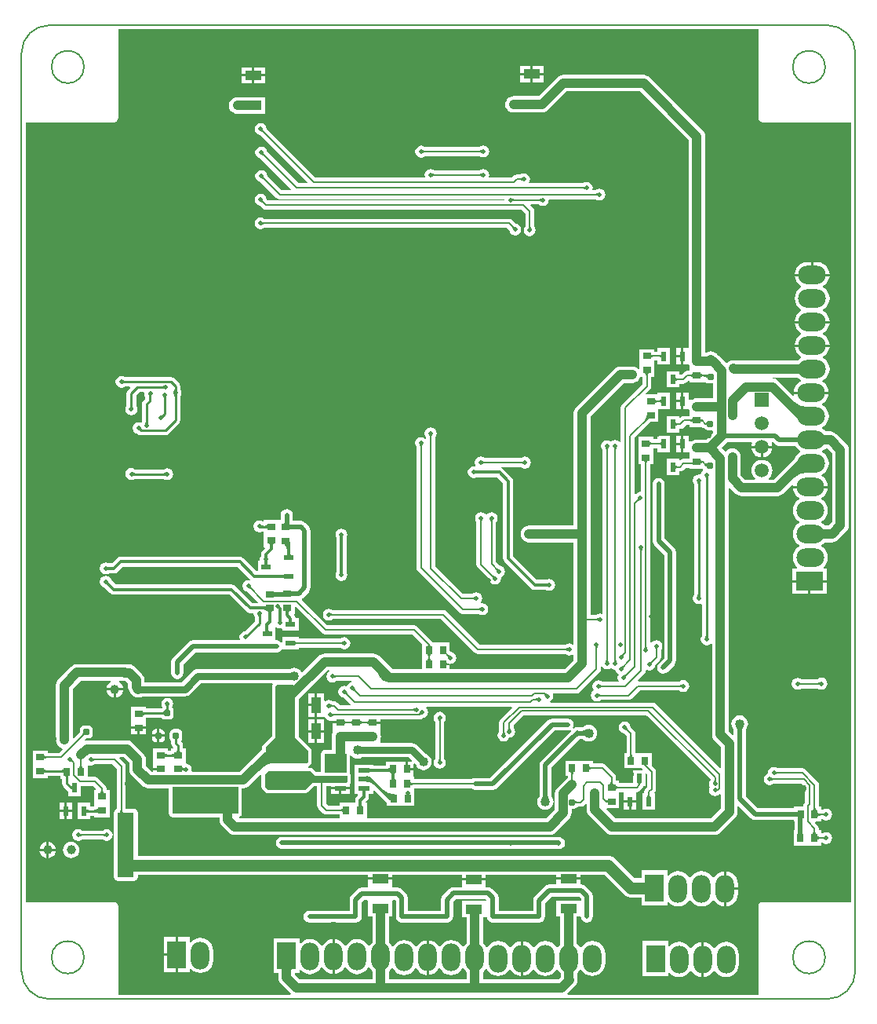
<source format=gbl>
%FSLAX25Y25*%
%MOIN*%
G70*
G01*
G75*
G04 Layer_Physical_Order=2*
G04 Layer_Color=16711680*
%ADD10C,0.00800*%
%ADD11C,0.01000*%
%ADD12C,0.02000*%
%ADD13C,0.01200*%
%ADD14C,0.02000*%
%ADD15R,0.05906X0.05906*%
%ADD16R,0.02756X0.03347*%
%ADD17R,0.03347X0.02756*%
%ADD18R,0.03937X0.02362*%
G04:AMPARAMS|DCode=19|XSize=39.37mil|YSize=41.34mil|CornerRadius=5.91mil|HoleSize=0mil|Usage=FLASHONLY|Rotation=180.000|XOffset=0mil|YOffset=0mil|HoleType=Round|Shape=RoundedRectangle|*
%AMROUNDEDRECTD19*
21,1,0.03937,0.02953,0,0,180.0*
21,1,0.02756,0.04134,0,0,180.0*
1,1,0.01181,-0.01378,0.01476*
1,1,0.01181,0.01378,0.01476*
1,1,0.01181,0.01378,-0.01476*
1,1,0.01181,-0.01378,-0.01476*
%
%ADD19ROUNDEDRECTD19*%
G04:AMPARAMS|DCode=20|XSize=41.34mil|YSize=86.61mil|CornerRadius=6.2mil|HoleSize=0mil|Usage=FLASHONLY|Rotation=180.000|XOffset=0mil|YOffset=0mil|HoleType=Round|Shape=RoundedRectangle|*
%AMROUNDEDRECTD20*
21,1,0.04134,0.07421,0,0,180.0*
21,1,0.02894,0.08661,0,0,180.0*
1,1,0.01240,-0.01447,0.03711*
1,1,0.01240,0.01447,0.03711*
1,1,0.01240,0.01447,-0.03711*
1,1,0.01240,-0.01447,-0.03711*
%
%ADD20ROUNDEDRECTD20*%
%ADD21R,0.07874X0.07874*%
%ADD22R,0.07087X0.03937*%
%ADD23R,0.02000X0.05000*%
%ADD24R,0.02362X0.03937*%
%ADD25R,0.07874X0.07874*%
%ADD26R,0.02559X0.05315*%
%ADD27R,0.03937X0.05118*%
%ADD28R,0.05118X0.03937*%
G04:AMPARAMS|DCode=29|XSize=157.48mil|YSize=59.06mil|CornerRadius=8.86mil|HoleSize=0mil|Usage=FLASHONLY|Rotation=180.000|XOffset=0mil|YOffset=0mil|HoleType=Round|Shape=RoundedRectangle|*
%AMROUNDEDRECTD29*
21,1,0.15748,0.04134,0,0,180.0*
21,1,0.13976,0.05906,0,0,180.0*
1,1,0.01772,-0.06988,0.02067*
1,1,0.01772,0.06988,0.02067*
1,1,0.01772,0.06988,-0.02067*
1,1,0.01772,-0.06988,-0.02067*
%
%ADD29ROUNDEDRECTD29*%
%ADD30R,0.06299X0.03543*%
%ADD31R,0.03543X0.06299*%
%ADD32R,0.01969X0.09843*%
%ADD33R,0.03937X0.03150*%
%ADD34R,0.03150X0.03937*%
%ADD35R,0.09843X0.11811*%
%ADD36O,0.07087X0.02362*%
%ADD37O,0.02362X0.07087*%
%ADD38R,0.01575X0.03347*%
%ADD39R,0.01378X0.01181*%
%ADD40R,0.01378X0.00984*%
%ADD41R,0.01181X0.01181*%
%ADD42O,0.02500X0.05500*%
%ADD43R,0.02500X0.05500*%
%ADD44R,0.05000X0.05000*%
%ADD45R,0.07874X0.05000*%
G04:AMPARAMS|DCode=46|XSize=45mil|YSize=65mil|CornerRadius=5.63mil|HoleSize=0mil|Usage=FLASHONLY|Rotation=270.000|XOffset=0mil|YOffset=0mil|HoleType=Round|Shape=RoundedRectangle|*
%AMROUNDEDRECTD46*
21,1,0.04500,0.05375,0,0,270.0*
21,1,0.03375,0.06500,0,0,270.0*
1,1,0.01125,-0.02688,-0.01688*
1,1,0.01125,-0.02688,0.01688*
1,1,0.01125,0.02688,0.01688*
1,1,0.01125,0.02688,-0.01688*
%
%ADD46ROUNDEDRECTD46*%
%ADD47R,0.07874X0.06693*%
%ADD48O,0.06299X0.01181*%
%ADD49O,0.01181X0.06299*%
%ADD50R,0.06299X0.01181*%
%ADD51R,0.02559X0.04843*%
%ADD52R,0.02756X0.08268*%
%ADD53C,0.03000*%
%ADD54C,0.04000*%
%ADD55R,0.09200X0.08300*%
%ADD56R,0.49000X0.11200*%
%ADD57R,0.07000X0.08100*%
%ADD58R,0.06200X0.16300*%
%ADD59R,0.25800X0.06600*%
%ADD60R,0.08400X0.20000*%
%ADD61C,0.00500*%
%ADD62C,0.05906*%
%ADD63R,0.05906X0.05906*%
%ADD64R,0.07874X0.11811*%
%ADD65O,0.07874X0.11811*%
%ADD66C,0.03937*%
%ADD67O,0.11811X0.07874*%
%ADD68R,0.11811X0.07874*%
%ADD69C,0.03000*%
%ADD70C,0.04000*%
G04:AMPARAMS|DCode=71|XSize=23.62mil|YSize=25.59mil|CornerRadius=3.54mil|HoleSize=0mil|Usage=FLASHONLY|Rotation=90.000|XOffset=0mil|YOffset=0mil|HoleType=Round|Shape=RoundedRectangle|*
%AMROUNDEDRECTD71*
21,1,0.02362,0.01850,0,0,90.0*
21,1,0.01654,0.02559,0,0,90.0*
1,1,0.00709,0.00925,0.00827*
1,1,0.00709,0.00925,-0.00827*
1,1,0.00709,-0.00925,-0.00827*
1,1,0.00709,-0.00925,0.00827*
%
%ADD71ROUNDEDRECTD71*%
G04:AMPARAMS|DCode=72|XSize=23.62mil|YSize=25.59mil|CornerRadius=3.54mil|HoleSize=0mil|Usage=FLASHONLY|Rotation=180.000|XOffset=0mil|YOffset=0mil|HoleType=Round|Shape=RoundedRectangle|*
%AMROUNDEDRECTD72*
21,1,0.02362,0.01850,0,0,180.0*
21,1,0.01654,0.02559,0,0,180.0*
1,1,0.00709,-0.00827,0.00925*
1,1,0.00709,0.00827,0.00925*
1,1,0.00709,0.00827,-0.00925*
1,1,0.00709,-0.00827,-0.00925*
%
%ADD72ROUNDEDRECTD72*%
%ADD73R,0.05000X0.02000*%
%ADD74R,0.03937X0.07087*%
%ADD75C,0.05000*%
%ADD76R,0.27900X0.11200*%
%ADD77R,0.07100X0.27500*%
G36*
X185918Y41878D02*
Y41568D01*
X185543D01*
Y41568D01*
X180969D01*
X180500Y41630D01*
X180031Y41568D01*
X175457D01*
Y34631D01*
X177270D01*
Y23726D01*
X176922Y23459D01*
X176051Y22323D01*
X176050Y22321D01*
X175550D01*
X175549Y22323D01*
X174678Y23459D01*
X173542Y24330D01*
X172219Y24878D01*
X170800Y25065D01*
X169381Y24878D01*
X168058Y24330D01*
X166922Y23459D01*
X166051Y22323D01*
X166050Y22321D01*
X165550D01*
X165549Y22323D01*
X164678Y23459D01*
X163542Y24330D01*
X162219Y24878D01*
X161300Y24999D01*
Y17612D01*
Y10226D01*
X162219Y10347D01*
X163542Y10895D01*
X164678Y11766D01*
X165549Y12902D01*
X165550Y12904D01*
X166050D01*
X166051Y12902D01*
X166922Y11766D01*
X168058Y10895D01*
X169381Y10347D01*
X170800Y10160D01*
X172219Y10347D01*
X173542Y10895D01*
X174678Y11766D01*
X175549Y12902D01*
X175550Y12904D01*
X176050D01*
X176051Y12902D01*
X176922Y11766D01*
X177270Y11500D01*
Y8330D01*
X144330D01*
Y11893D01*
X144678Y12160D01*
X145465Y13186D01*
X145960Y13120D01*
X146051Y12902D01*
X146922Y11766D01*
X148058Y10895D01*
X149381Y10347D01*
X150800Y10160D01*
X152219Y10347D01*
X153542Y10895D01*
X154678Y11766D01*
X155549Y12902D01*
X155550Y12904D01*
X156050D01*
X156051Y12902D01*
X156922Y11766D01*
X158058Y10895D01*
X159381Y10347D01*
X160300Y10226D01*
Y17612D01*
Y24999D01*
X159381Y24878D01*
X158058Y24330D01*
X156922Y23459D01*
X156051Y22323D01*
X156050Y22321D01*
X155550D01*
X155549Y22323D01*
X154678Y23459D01*
X153542Y24330D01*
X152219Y24878D01*
X150800Y25065D01*
X149381Y24878D01*
X148058Y24330D01*
X146922Y23459D01*
X146135Y22433D01*
X145640Y22499D01*
X145549Y22717D01*
X144678Y23853D01*
X144330Y24119D01*
Y34931D01*
X145643D01*
Y41797D01*
X145643Y41798D01*
D01*
D01*
X145643Y41868D01*
D01*
X145926Y42151D01*
X147044D01*
X147318Y41877D01*
Y34967D01*
X147321Y34950D01*
X147318Y34933D01*
X147512Y33958D01*
X148064Y33131D01*
X148891Y32578D01*
X149867Y32384D01*
X150034Y32418D01*
X169017D01*
X169992Y32612D01*
X170819Y33164D01*
X171372Y33991D01*
X171566Y34967D01*
Y41161D01*
X172856Y42451D01*
X185344D01*
X185918Y41878D01*
D02*
G37*
G36*
X225918Y42578D02*
Y42150D01*
X225636Y41868D01*
X225564Y41868D01*
X225564Y41868D01*
Y41868D01*
X221061D01*
X220593Y41930D01*
X220124Y41868D01*
X215549D01*
Y34931D01*
X217062D01*
Y23173D01*
X216922Y23065D01*
X216051Y21929D01*
X216050Y21927D01*
X215550D01*
X215549Y21929D01*
X214678Y23065D01*
X213542Y23937D01*
X212219Y24485D01*
X210800Y24671D01*
X209381Y24485D01*
X208058Y23937D01*
X206922Y23065D01*
X206051Y21929D01*
X206050Y21927D01*
X205550D01*
X205549Y21929D01*
X204678Y23065D01*
X203542Y23937D01*
X202219Y24485D01*
X201300Y24606D01*
Y17218D01*
Y9832D01*
X202219Y9953D01*
X203542Y10501D01*
X204678Y11373D01*
X205549Y12508D01*
X205550Y12510D01*
X206050D01*
X206051Y12508D01*
X206922Y11373D01*
X208058Y10501D01*
X209381Y9953D01*
X210800Y9766D01*
X212219Y9953D01*
X213542Y10501D01*
X214678Y11373D01*
X215549Y12508D01*
X215550Y12510D01*
X216050D01*
X216051Y12508D01*
X216922Y11373D01*
X217270Y11106D01*
Y9362D01*
X216238Y8330D01*
X184330D01*
Y11500D01*
X184678Y11766D01*
X185465Y12792D01*
X185960Y12727D01*
X186051Y12508D01*
X186922Y11373D01*
X188058Y10501D01*
X189381Y9953D01*
X190800Y9766D01*
X192219Y9953D01*
X193542Y10501D01*
X194678Y11373D01*
X195549Y12508D01*
X195550Y12510D01*
X196050D01*
X196051Y12508D01*
X196922Y11373D01*
X198058Y10501D01*
X199381Y9953D01*
X200300Y9832D01*
Y17218D01*
Y24606D01*
X199381Y24485D01*
X198058Y23937D01*
X196922Y23065D01*
X196051Y21929D01*
X196050Y21927D01*
X195550D01*
X195549Y21929D01*
X194678Y23065D01*
X193542Y23937D01*
X192219Y24485D01*
X190800Y24671D01*
X189381Y24485D01*
X188058Y23937D01*
X186922Y23065D01*
X186135Y22040D01*
X185640Y22105D01*
X185549Y22323D01*
X184678Y23459D01*
X184330Y23726D01*
Y34631D01*
X185543D01*
Y34631D01*
X185984D01*
X186112Y33991D01*
X186664Y33164D01*
X187491Y32612D01*
X188467Y32418D01*
X208117D01*
X209092Y32612D01*
X209919Y33164D01*
X210472Y33991D01*
X210666Y34967D01*
X210666Y34967D01*
X210666Y34967D01*
Y34967D01*
Y40761D01*
X213456Y43551D01*
X224944D01*
X225918Y42578D01*
D02*
G37*
G36*
X301365Y374016D02*
X301501Y373333D01*
X301888Y372754D01*
X302467Y372368D01*
X303150Y372232D01*
X340736D01*
Y41154D01*
X303150D01*
X302467Y41019D01*
X301888Y40632D01*
X301501Y40053D01*
X301365Y39370D01*
Y1784D01*
X220297D01*
X220136Y2258D01*
X220196Y2304D01*
X223396Y5504D01*
X223957Y6235D01*
X224310Y7086D01*
X224430Y8000D01*
X224330Y8760D01*
Y11106D01*
X224678Y11373D01*
X225549Y12508D01*
X225550Y12510D01*
X226050D01*
X226051Y12508D01*
X226922Y11373D01*
X228058Y10501D01*
X229381Y9953D01*
X230800Y9766D01*
X232219Y9953D01*
X233542Y10501D01*
X234678Y11373D01*
X235549Y12508D01*
X236097Y13831D01*
X236284Y15250D01*
Y19187D01*
X236097Y20607D01*
X235549Y21929D01*
X234678Y23065D01*
X233542Y23937D01*
X232219Y24485D01*
X230800Y24671D01*
X229381Y24485D01*
X228058Y23937D01*
X226922Y23065D01*
X226051Y21929D01*
X226050Y21927D01*
X225550D01*
X225549Y21929D01*
X224678Y23065D01*
X224123Y23491D01*
Y34931D01*
X225601D01*
X225988Y34614D01*
X226112Y33991D01*
X226664Y33164D01*
X227491Y32612D01*
X228467Y32418D01*
X229442Y32612D01*
X230269Y33164D01*
X230822Y33991D01*
X231016Y34967D01*
Y43633D01*
X230822Y44609D01*
X230269Y45436D01*
X227802Y47902D01*
X226975Y48455D01*
X226000Y48649D01*
X225636D01*
Y50695D01*
X215549D01*
Y48649D01*
X212400D01*
X211424Y48455D01*
X210598Y47902D01*
X206314Y43619D01*
X205762Y42792D01*
X205568Y41817D01*
Y37516D01*
X191016D01*
Y42933D01*
X190822Y43909D01*
X190269Y44736D01*
X188202Y46802D01*
X187375Y47355D01*
X186400Y47549D01*
X185543D01*
Y50395D01*
X175457D01*
Y47549D01*
X171800D01*
X170825Y47355D01*
X169998Y46802D01*
X167214Y44019D01*
X166662Y43192D01*
X166468Y42217D01*
Y37516D01*
X152416D01*
Y42933D01*
X152222Y43909D01*
X151669Y44736D01*
X149902Y46502D01*
X149075Y47055D01*
X148100Y47249D01*
X145643D01*
Y47727D01*
X145643D01*
Y50695D01*
X135557D01*
Y47727D01*
X135557D01*
Y47602D01*
X135203Y47249D01*
X132700D01*
X131725Y47055D01*
X130898Y46502D01*
X128414Y44019D01*
X127862Y43192D01*
X127668Y42217D01*
Y37516D01*
X110567D01*
X109591Y37322D01*
X108764Y36769D01*
X108212Y35942D01*
X108018Y34967D01*
X108212Y33991D01*
X108764Y33164D01*
X109591Y32612D01*
X110567Y32418D01*
X130217D01*
X131192Y32612D01*
X132019Y33164D01*
X132572Y33991D01*
X132766Y34967D01*
Y41161D01*
X133756Y42151D01*
X135203D01*
X135557Y41798D01*
Y34931D01*
X137270D01*
Y24119D01*
X136922Y23853D01*
X136051Y22717D01*
X136050Y22715D01*
X135550D01*
X135549Y22717D01*
X134678Y23853D01*
X133542Y24724D01*
X132219Y25272D01*
X130800Y25459D01*
X129381Y25272D01*
X128058Y24724D01*
X126922Y23853D01*
X126051Y22717D01*
X126050Y22715D01*
X125550D01*
X125549Y22717D01*
X124678Y23853D01*
X123542Y24724D01*
X122219Y25272D01*
X121300Y25393D01*
Y18005D01*
Y10620D01*
X122219Y10741D01*
X123542Y11289D01*
X124678Y12160D01*
X125549Y13296D01*
X125550Y13298D01*
X126050D01*
X126051Y13296D01*
X126922Y12160D01*
X128058Y11289D01*
X129381Y10741D01*
X130800Y10554D01*
X132219Y10741D01*
X133542Y11289D01*
X134678Y12160D01*
X135549Y13296D01*
X135550Y13298D01*
X136050D01*
X136051Y13296D01*
X136922Y12160D01*
X137270Y11893D01*
Y8330D01*
X106562D01*
X104330Y10562D01*
Y10994D01*
X106237D01*
Y12275D01*
X106711Y12436D01*
X106922Y12160D01*
X108058Y11289D01*
X109381Y10741D01*
X110800Y10554D01*
X112219Y10741D01*
X113542Y11289D01*
X114678Y12160D01*
X115549Y13296D01*
X115550Y13298D01*
X116050D01*
X116051Y13296D01*
X116922Y12160D01*
X118058Y11289D01*
X119381Y10741D01*
X120300Y10620D01*
Y18005D01*
Y25393D01*
X119381Y25272D01*
X118058Y24724D01*
X116922Y23853D01*
X116051Y22717D01*
X116050Y22715D01*
X115550D01*
X115549Y22717D01*
X114678Y23853D01*
X113542Y24724D01*
X112219Y25272D01*
X110800Y25459D01*
X109381Y25272D01*
X108058Y24724D01*
X106922Y23853D01*
X106711Y23576D01*
X106237Y23737D01*
Y25806D01*
X95363D01*
Y10994D01*
X97270D01*
Y9100D01*
X97270Y9100D01*
X97270D01*
X97390Y8186D01*
X97743Y7335D01*
X98304Y6604D01*
X102604Y2304D01*
X102604D01*
X102604Y2304D01*
X102604D01*
X102604Y2304D01*
Y2304D01*
X102604Y2304D01*
Y2304D01*
X102664Y2258D01*
X102503Y1784D01*
X29343D01*
Y39370D01*
X29208Y40053D01*
X28821Y40632D01*
X28242Y41019D01*
X27559Y41154D01*
X-10027D01*
Y372232D01*
X27559D01*
X28242Y372368D01*
X28821Y372754D01*
X29208Y373333D01*
X29343Y374016D01*
Y411602D01*
X301365D01*
Y374016D01*
D02*
G37*
%LPC*%
G36*
X53700Y18400D02*
X48763D01*
Y11495D01*
X53700D01*
Y18400D01*
D02*
G37*
G36*
X328200Y136449D02*
X327224Y136255D01*
X326450Y135737D01*
X319601D01*
X318975Y136155D01*
X318000Y136349D01*
X317024Y136155D01*
X316198Y135602D01*
X315645Y134775D01*
X315451Y133800D01*
X315645Y132825D01*
X316198Y131998D01*
X317024Y131445D01*
X318000Y131251D01*
X318975Y131445D01*
X319601Y131863D01*
X326749D01*
X327224Y131545D01*
X328200Y131351D01*
X329175Y131545D01*
X330002Y132098D01*
X330555Y132924D01*
X330749Y133900D01*
X330555Y134876D01*
X330002Y135702D01*
X329175Y136255D01*
X328200Y136449D01*
D02*
G37*
G36*
X287600Y24259D02*
X286181Y24072D01*
X284858Y23524D01*
X283722Y22652D01*
X282851Y21517D01*
X282850Y21515D01*
X282350D01*
X282349Y21517D01*
X281478Y22652D01*
X280342Y23524D01*
X279019Y24072D01*
X278100Y24193D01*
Y16805D01*
Y9420D01*
X279019Y9541D01*
X280342Y10089D01*
X281478Y10960D01*
X282349Y12096D01*
X282350Y12098D01*
X282850D01*
X282851Y12096D01*
X283722Y10960D01*
X284858Y10089D01*
X286181Y9541D01*
X287600Y9354D01*
X289019Y9541D01*
X290342Y10089D01*
X291478Y10960D01*
X292349Y12096D01*
X292897Y13419D01*
X293084Y14838D01*
Y18775D01*
X292897Y20194D01*
X292349Y21517D01*
X291478Y22652D01*
X290342Y23524D01*
X289019Y24072D01*
X287600Y24259D01*
D02*
G37*
G36*
X53700Y26305D02*
X48763D01*
Y19400D01*
X53700D01*
Y26305D01*
D02*
G37*
G36*
X124200Y199749D02*
X123224Y199555D01*
X122398Y199002D01*
X121845Y198176D01*
X121651Y197200D01*
X121845Y196224D01*
X122059Y195905D01*
Y181295D01*
X121845Y180975D01*
X121651Y180000D01*
X121845Y179025D01*
X122398Y178198D01*
X123224Y177645D01*
X124200Y177451D01*
X125175Y177645D01*
X126002Y178198D01*
X126555Y179025D01*
X126749Y180000D01*
X126555Y180975D01*
X126341Y181295D01*
Y195905D01*
X126555Y196224D01*
X126749Y197200D01*
X126555Y198176D01*
X126002Y199002D01*
X125175Y199555D01*
X124200Y199749D01*
D02*
G37*
G36*
X34900Y225449D02*
X33924Y225255D01*
X33098Y224702D01*
X32545Y223875D01*
X32351Y222900D01*
X32545Y221924D01*
X33098Y221098D01*
X33924Y220545D01*
X34900Y220351D01*
X35875Y220545D01*
X36198Y220761D01*
X48652D01*
X49125Y220445D01*
X50100Y220251D01*
X51076Y220445D01*
X51902Y220998D01*
X52455Y221825D01*
X52649Y222800D01*
X52455Y223776D01*
X51902Y224602D01*
X51076Y225155D01*
X50100Y225349D01*
X49125Y225155D01*
X48652Y224839D01*
X36498D01*
X35875Y225255D01*
X34900Y225449D01*
D02*
G37*
G36*
X183352Y230297D02*
X182377Y230103D01*
X181550Y229551D01*
X180997Y228724D01*
X180803Y227748D01*
X180997Y226773D01*
X181206Y226460D01*
X180928Y226044D01*
X180400Y226149D01*
X179425Y225955D01*
X178598Y225402D01*
X178045Y224575D01*
X177851Y223600D01*
X178045Y222624D01*
X178598Y221798D01*
X179425Y221245D01*
X180400Y221051D01*
X181376Y221245D01*
X181695Y221459D01*
X190413D01*
X192859Y219013D01*
Y187100D01*
X193022Y186281D01*
X193022Y186281D01*
X193022Y186281D01*
X193486Y185586D01*
X204786Y174286D01*
X205481Y173822D01*
X205481Y173822D01*
X205481Y173822D01*
D01*
X205481Y173822D01*
X205481Y173822D01*
X206300Y173659D01*
X211105D01*
X211424Y173445D01*
X212400Y173251D01*
X213375Y173445D01*
X214202Y173998D01*
X214755Y174825D01*
X214949Y175800D01*
X214755Y176776D01*
X214202Y177602D01*
X213375Y178155D01*
X212400Y178349D01*
X211424Y178155D01*
X211105Y177941D01*
X207187D01*
X197141Y187987D01*
Y219900D01*
X196978Y220719D01*
X196514Y221414D01*
X192814Y225114D01*
X192119Y225578D01*
X191300Y225741D01*
X191370Y225811D01*
X200527D01*
X201224Y225345D01*
X202200Y225151D01*
X203175Y225345D01*
X204002Y225898D01*
X204555Y226725D01*
X204749Y227700D01*
X204555Y228676D01*
X204002Y229502D01*
X203175Y230055D01*
X202200Y230249D01*
X201224Y230055D01*
X200671Y229685D01*
X184953D01*
X184327Y230103D01*
X183352Y230297D01*
D02*
G37*
G36*
X183500Y206749D02*
X182525Y206555D01*
X181698Y206002D01*
X181145Y205175D01*
X180951Y204200D01*
X181145Y203224D01*
X181563Y202599D01*
Y184500D01*
X181710Y183759D01*
X182130Y183130D01*
X186998Y178262D01*
X187145Y177524D01*
X187698Y176698D01*
X188524Y176145D01*
X189500Y175951D01*
X190475Y176145D01*
X191302Y176698D01*
X191855Y177524D01*
X192049Y178500D01*
X191961Y178945D01*
X192087Y179134D01*
X192087D01*
X192087Y179134D01*
X192914Y179686D01*
X193466Y180513D01*
X193660Y181489D01*
X193466Y182464D01*
X192914Y183291D01*
X192087Y183844D01*
X191349Y183991D01*
X189837Y185502D01*
Y202499D01*
X190255Y203124D01*
X190449Y204100D01*
X190255Y205076D01*
X189702Y205902D01*
X188875Y206455D01*
X187900Y206649D01*
X186925Y206455D01*
X186098Y205902D01*
X185983Y205732D01*
X185483D01*
X185302Y206002D01*
X184476Y206555D01*
X183500Y206749D01*
D02*
G37*
G36*
X258995Y221154D02*
X258019Y220960D01*
X257192Y220408D01*
X256640Y219581D01*
X256446Y218605D01*
Y197606D01*
Y194405D01*
X256640Y193430D01*
X257192Y192603D01*
X261251Y188544D01*
Y144656D01*
X258998Y142402D01*
X258445Y141576D01*
X258251Y140600D01*
X258445Y139625D01*
X258998Y138798D01*
X259824Y138245D01*
X260800Y138051D01*
X261775Y138245D01*
X262602Y138798D01*
X265602Y141798D01*
X266155Y142624D01*
X266349Y143600D01*
Y189600D01*
X266155Y190576D01*
X265602Y191402D01*
X261543Y195461D01*
Y197606D01*
Y218605D01*
X261349Y219581D01*
X260797Y220408D01*
X259970Y220960D01*
X258995Y221154D01*
D02*
G37*
G36*
X322500Y176900D02*
X315595D01*
Y171963D01*
X322500D01*
Y176900D01*
D02*
G37*
G36*
X330405D02*
X323500D01*
Y171963D01*
X330405D01*
Y176900D01*
D02*
G37*
G36*
X6426Y79300D02*
X4245D01*
Y76332D01*
X6426D01*
Y79300D01*
D02*
G37*
G36*
X24400Y72149D02*
X23425Y71955D01*
X22799Y71537D01*
X13901D01*
X13275Y71955D01*
X12300Y72149D01*
X11325Y71955D01*
X10498Y71402D01*
X9945Y70575D01*
X9751Y69600D01*
X9945Y68625D01*
X10498Y67798D01*
X11325Y67245D01*
X12300Y67051D01*
X13275Y67245D01*
X13901Y67663D01*
X22799D01*
X23425Y67245D01*
X24400Y67051D01*
X25376Y67245D01*
X26202Y67798D01*
X26755Y68625D01*
X26949Y69600D01*
X26755Y70575D01*
X26202Y71402D01*
X25376Y71955D01*
X24400Y72149D01*
D02*
G37*
G36*
X-200Y66733D02*
Y63800D01*
X2733D01*
X2679Y64205D01*
X2330Y65049D01*
X1774Y65774D01*
X1049Y66330D01*
X206Y66679D01*
X-200Y66733D01*
D02*
G37*
G36*
X9607Y83268D02*
X7426D01*
Y80300D01*
X9607D01*
Y83268D01*
D02*
G37*
G36*
X6426D02*
X4245D01*
Y80300D01*
X6426D01*
Y83268D01*
D02*
G37*
G36*
X9607Y79300D02*
X7426D01*
Y76332D01*
X9607D01*
Y79300D01*
D02*
G37*
G36*
X-1200Y66733D02*
X-1605Y66679D01*
X-2449Y66330D01*
X-3174Y65774D01*
X-3730Y65049D01*
X-4079Y64205D01*
X-4133Y63800D01*
X-1200D01*
Y66733D01*
D02*
G37*
G36*
X9300Y66798D02*
X8394Y66679D01*
X7551Y66330D01*
X6826Y65774D01*
X6270Y65049D01*
X5921Y64205D01*
X5802Y63300D01*
X5921Y62394D01*
X6270Y61551D01*
X6826Y60826D01*
X7551Y60270D01*
X8394Y59921D01*
X9300Y59802D01*
X10205Y59921D01*
X11049Y60270D01*
X11774Y60826D01*
X12330Y61551D01*
X12679Y62394D01*
X12798Y63300D01*
X12679Y64205D01*
X12330Y65049D01*
X11774Y65774D01*
X11049Y66330D01*
X10205Y66679D01*
X9300Y66798D01*
D02*
G37*
G36*
X287700Y54193D02*
Y47306D01*
X292684D01*
Y48775D01*
X292497Y50194D01*
X291949Y51517D01*
X291078Y52653D01*
X289942Y53524D01*
X288619Y54072D01*
X287700Y54193D01*
D02*
G37*
G36*
X292684Y46306D02*
X287700D01*
Y39420D01*
X288619Y39541D01*
X289942Y40089D01*
X291078Y40960D01*
X291949Y42096D01*
X292497Y43418D01*
X292684Y44838D01*
Y46306D01*
D02*
G37*
G36*
X216300Y68849D02*
X98861D01*
X97886Y68655D01*
X97059Y68102D01*
X96506Y67276D01*
X96312Y66300D01*
X96506Y65324D01*
X97059Y64498D01*
X97886Y63945D01*
X98861Y63751D01*
X195497D01*
X196000Y63651D01*
X196503Y63751D01*
X216058D01*
X216561Y63651D01*
X217537Y63845D01*
X218364Y64398D01*
X218916Y65224D01*
X219110Y66200D01*
X218916Y67176D01*
X218364Y68002D01*
X217537Y68555D01*
X217378Y68586D01*
X217276Y68655D01*
X216300Y68849D01*
D02*
G37*
G36*
X2733Y62800D02*
X-200D01*
Y59867D01*
X206Y59921D01*
X1049Y60270D01*
X1774Y60826D01*
X2330Y61551D01*
X2679Y62394D01*
X2733Y62800D01*
D02*
G37*
G36*
X-1200D02*
X-4133D01*
X-4079Y62394D01*
X-3730Y61551D01*
X-3174Y60826D01*
X-2449Y60270D01*
X-1605Y59921D01*
X-1200Y59867D01*
Y62800D01*
D02*
G37*
G36*
X59637Y26305D02*
X54700D01*
Y18899D01*
Y11495D01*
X59637D01*
Y12775D01*
X60110Y12936D01*
X60322Y12660D01*
X61458Y11789D01*
X62781Y11241D01*
X64200Y11054D01*
X65619Y11241D01*
X66942Y11789D01*
X68078Y12660D01*
X68949Y13796D01*
X69497Y15119D01*
X69684Y16538D01*
Y20475D01*
X69497Y21894D01*
X68949Y23217D01*
X68078Y24352D01*
X66942Y25224D01*
X65619Y25772D01*
X64200Y25959D01*
X62781Y25772D01*
X61458Y25224D01*
X60322Y24352D01*
X60110Y24077D01*
X59637Y24237D01*
Y26305D01*
D02*
G37*
G36*
X326150Y312884D02*
X324681D01*
Y307900D01*
X331568D01*
X331447Y308819D01*
X330899Y310142D01*
X330027Y311278D01*
X328892Y312149D01*
X327569Y312697D01*
X326150Y312884D01*
D02*
G37*
G36*
X89790Y331839D02*
X88814Y331645D01*
X87987Y331092D01*
X87435Y330265D01*
X87241Y329290D01*
X87435Y328314D01*
X87987Y327487D01*
X88814Y326935D01*
X89790Y326741D01*
X90765Y326935D01*
X91390Y327352D01*
X194508D01*
X195498Y326362D01*
X195645Y325624D01*
X196198Y324798D01*
X197025Y324245D01*
X198000Y324051D01*
X198976Y324245D01*
X199802Y324798D01*
X200355Y325624D01*
X200549Y326600D01*
X200355Y327575D01*
X199802Y328402D01*
X198976Y328955D01*
X198238Y329102D01*
X196680Y330660D01*
X196052Y331080D01*
X195310Y331227D01*
X91390D01*
X90765Y331645D01*
X89790Y331839D01*
D02*
G37*
G36*
Y371839D02*
X88814Y371645D01*
X87987Y371092D01*
X87435Y370265D01*
X87241Y369290D01*
X87435Y368314D01*
X87987Y367487D01*
X88814Y366935D01*
X89552Y366788D01*
X109641Y346699D01*
X109449Y346237D01*
X105902D01*
X92602Y359538D01*
X92455Y360276D01*
X91902Y361102D01*
X91075Y361655D01*
X90100Y361849D01*
X89125Y361655D01*
X88298Y361102D01*
X87745Y360276D01*
X87551Y359300D01*
X87745Y358325D01*
X88298Y357498D01*
X89125Y356945D01*
X89862Y356798D01*
X102761Y343899D01*
X102570Y343437D01*
X98702D01*
X92602Y349538D01*
X92455Y350275D01*
X91902Y351102D01*
X91075Y351655D01*
X90100Y351849D01*
X89125Y351655D01*
X88298Y351102D01*
X87745Y350275D01*
X87551Y349300D01*
X87745Y348324D01*
X88298Y347498D01*
X89125Y346945D01*
X89862Y346798D01*
X96530Y340130D01*
X97159Y339710D01*
X97900Y339563D01*
X193153D01*
X193296Y339389D01*
X193082Y338937D01*
X92882D01*
X92291Y339528D01*
X92145Y340265D01*
X91592Y341092D01*
X90765Y341645D01*
X89790Y341839D01*
X88814Y341645D01*
X87987Y341092D01*
X87435Y340265D01*
X87241Y339290D01*
X87435Y338314D01*
X87987Y337487D01*
X88814Y336935D01*
X89552Y336788D01*
X90710Y335630D01*
X91338Y335210D01*
X92080Y335063D01*
X200698D01*
X202263Y333498D01*
Y328001D01*
X201845Y327376D01*
X201651Y326400D01*
X201845Y325425D01*
X202398Y324598D01*
X203224Y324045D01*
X204200Y323851D01*
X205175Y324045D01*
X206002Y324598D01*
X206555Y325425D01*
X206749Y326400D01*
X206555Y327376D01*
X206137Y328001D01*
Y334300D01*
X205990Y335041D01*
X205570Y335670D01*
X204439Y336801D01*
X204630Y337263D01*
X207999D01*
X208625Y336845D01*
X209600Y336651D01*
X210576Y336845D01*
X211402Y337398D01*
X211955Y338225D01*
X212149Y339200D01*
X212447Y339563D01*
X232199D01*
X232824Y339145D01*
X233800Y338951D01*
X234775Y339145D01*
X235602Y339698D01*
X236155Y340525D01*
X236349Y341500D01*
X236155Y342476D01*
X235602Y343302D01*
X234775Y343855D01*
X233800Y344049D01*
X232824Y343855D01*
X232199Y343437D01*
X231171D01*
X230854Y343824D01*
X230949Y344300D01*
X230755Y345275D01*
X230202Y346102D01*
X229376Y346655D01*
X228400Y346849D01*
X227425Y346655D01*
X226799Y346237D01*
X204059D01*
X203823Y346678D01*
X204055Y347024D01*
X204249Y348000D01*
X204055Y348975D01*
X203502Y349802D01*
X202676Y350355D01*
X201700Y350549D01*
X200725Y350355D01*
X200099Y349937D01*
X198600D01*
X197859Y349790D01*
X197230Y349370D01*
X196498Y348637D01*
X187112D01*
X186795Y349024D01*
X186949Y349800D01*
X186755Y350776D01*
X186202Y351602D01*
X185375Y352155D01*
X184400Y352349D01*
X183424Y352155D01*
X182799Y351737D01*
X163701D01*
X163075Y352155D01*
X162100Y352349D01*
X161125Y352155D01*
X160298Y351602D01*
X159745Y350776D01*
X159551Y349800D01*
X159705Y349024D01*
X159388Y348637D01*
X113182D01*
X92291Y369528D01*
X92145Y370265D01*
X91592Y371092D01*
X90765Y371645D01*
X89790Y371839D01*
D02*
G37*
G36*
X331568Y286900D02*
X316794D01*
X316915Y285981D01*
X317463Y284658D01*
X318335Y283522D01*
X319471Y282651D01*
X319473Y282650D01*
Y282150D01*
X319471Y282149D01*
X318335Y281278D01*
X317463Y280142D01*
X316915Y278819D01*
X316794Y277900D01*
X331568D01*
X331447Y278819D01*
X330899Y280142D01*
X330027Y281278D01*
X328892Y282149D01*
X328890Y282150D01*
Y282650D01*
X328892Y282651D01*
X330027Y283522D01*
X330899Y284658D01*
X331447Y285981D01*
X331568Y286900D01*
D02*
G37*
G36*
Y306900D02*
X316794D01*
X316915Y305981D01*
X317463Y304658D01*
X318335Y303522D01*
X319471Y302651D01*
X319473Y302650D01*
Y302150D01*
X319471Y302149D01*
X318335Y301278D01*
X317463Y300142D01*
X316915Y298819D01*
X316729Y297400D01*
X316915Y295981D01*
X317463Y294658D01*
X318335Y293522D01*
X319471Y292651D01*
X319473Y292650D01*
Y292150D01*
X319471Y292149D01*
X318335Y291278D01*
X317463Y290142D01*
X316915Y288819D01*
X316794Y287900D01*
X331568D01*
X331447Y288819D01*
X330899Y290142D01*
X330027Y291278D01*
X328892Y292149D01*
X328890Y292150D01*
Y292650D01*
X328892Y292651D01*
X330027Y293522D01*
X330899Y294658D01*
X331447Y295981D01*
X331633Y297400D01*
X331447Y298819D01*
X330899Y300142D01*
X330027Y301278D01*
X328892Y302149D01*
X328890Y302150D01*
Y302650D01*
X328892Y302651D01*
X330027Y303522D01*
X330899Y304658D01*
X331447Y305981D01*
X331568Y306900D01*
D02*
G37*
G36*
X323681Y312884D02*
X322213D01*
X320793Y312697D01*
X319471Y312149D01*
X318335Y311278D01*
X317463Y310142D01*
X316915Y308819D01*
X316794Y307900D01*
X323681D01*
Y312884D01*
D02*
G37*
G36*
X184400Y362349D02*
X183424Y362155D01*
X182799Y361737D01*
X159551D01*
X159075Y362055D01*
X158100Y362249D01*
X157124Y362055D01*
X156298Y361502D01*
X155745Y360676D01*
X155551Y359700D01*
X155745Y358724D01*
X156298Y357898D01*
X157124Y357345D01*
X158100Y357151D01*
X159075Y357345D01*
X159850Y357863D01*
X182799D01*
X183424Y357445D01*
X184400Y357251D01*
X185375Y357445D01*
X186202Y357998D01*
X186755Y358824D01*
X186949Y359800D01*
X186755Y360775D01*
X186202Y361602D01*
X185375Y362155D01*
X184400Y362349D01*
D02*
G37*
G36*
X204500Y392095D02*
X199957D01*
Y389127D01*
X204500D01*
Y392095D01*
D02*
G37*
G36*
X210043D02*
X205500D01*
Y389127D01*
X210043D01*
Y392095D01*
D02*
G37*
G36*
X86200Y395564D02*
X81657D01*
Y392595D01*
X86200D01*
Y395564D01*
D02*
G37*
G36*
X86700Y382830D02*
X79900D01*
X78986Y382710D01*
X78135Y382357D01*
X77404Y381796D01*
X76843Y381065D01*
X76490Y380214D01*
X76370Y379300D01*
X76490Y378386D01*
X76843Y377535D01*
X77404Y376804D01*
X78135Y376243D01*
X78986Y375890D01*
X79900Y375770D01*
X86700D01*
X87169Y375832D01*
X91743D01*
Y382769D01*
X87169D01*
X86700Y382830D01*
D02*
G37*
G36*
X86200Y391595D02*
X81657D01*
Y388627D01*
X86200D01*
Y391595D01*
D02*
G37*
G36*
X91743D02*
X87200D01*
Y388627D01*
X91743D01*
Y391595D01*
D02*
G37*
G36*
X268528Y276368D02*
X266347D01*
Y273400D01*
X268528D01*
Y276368D01*
D02*
G37*
G36*
X204500Y396064D02*
X199957D01*
Y393095D01*
X204500D01*
Y396064D01*
D02*
G37*
G36*
X162100Y242649D02*
X161125Y242455D01*
X160298Y241902D01*
X159745Y241075D01*
X159551Y240100D01*
X159745Y239124D01*
X160157Y238509D01*
X160035Y238024D01*
X159722Y237856D01*
X158976Y238355D01*
X158000Y238549D01*
X157025Y238355D01*
X156198Y237802D01*
X155645Y236976D01*
X155451Y236000D01*
X155645Y235024D01*
X156063Y234399D01*
Y183100D01*
X156210Y182359D01*
X156630Y181730D01*
X174230Y164130D01*
X174859Y163710D01*
X175600Y163563D01*
X182399D01*
X183025Y163145D01*
X184000Y162951D01*
X184976Y163145D01*
X185802Y163698D01*
X186355Y164524D01*
X186549Y165500D01*
X186355Y166475D01*
X185802Y167302D01*
X184976Y167855D01*
X184000Y168049D01*
X183645Y167978D01*
X183367Y168394D01*
X183855Y169124D01*
X184049Y170100D01*
X183855Y171075D01*
X183302Y171902D01*
X182475Y172455D01*
X181500Y172649D01*
X180525Y172455D01*
X179899Y172037D01*
X175702D01*
X164037Y183702D01*
Y238499D01*
X164455Y239124D01*
X164649Y240100D01*
X164455Y241075D01*
X163902Y241902D01*
X163075Y242455D01*
X162100Y242649D01*
D02*
G37*
G36*
X30740Y264489D02*
X29765Y264295D01*
X28938Y263743D01*
X28385Y262916D01*
X28191Y261940D01*
X28385Y260965D01*
X28938Y260138D01*
X29765Y259585D01*
X30740Y259391D01*
X31716Y259585D01*
X32188Y259901D01*
X34164D01*
X34355Y259439D01*
X33456Y258540D01*
X33014Y257878D01*
X32858Y257098D01*
Y251748D01*
X32543Y251275D01*
X32349Y250300D01*
X32543Y249324D01*
X33095Y248498D01*
X33922Y247945D01*
X34898Y247751D01*
X35873Y247945D01*
X36700Y248498D01*
X37253Y249324D01*
X37447Y250300D01*
X37253Y251275D01*
X36937Y251748D01*
Y256253D01*
X38345Y257661D01*
X40049D01*
X40366Y257274D01*
X40351Y257200D01*
X40545Y256224D01*
X40858Y255756D01*
Y254805D01*
X39958Y253905D01*
X39516Y253243D01*
X39361Y252463D01*
Y245232D01*
X38975Y244655D01*
Y244655D01*
X38975Y244655D01*
X38000Y244849D01*
X37025Y244655D01*
X36198Y244102D01*
X35645Y243275D01*
X35451Y242300D01*
X35645Y241324D01*
X36198Y240498D01*
X37025Y239945D01*
X37670Y239817D01*
X38120Y239516D01*
X38900Y239361D01*
X49400D01*
X50180Y239516D01*
X50842Y239958D01*
X55042Y244158D01*
X55484Y244820D01*
X55639Y245600D01*
Y255852D01*
X55955Y256325D01*
X56149Y257300D01*
X55955Y258276D01*
X55639Y258748D01*
Y260200D01*
X55484Y260980D01*
X55307Y261245D01*
X55042Y261642D01*
X55042Y261642D01*
X53302Y263382D01*
X52640Y263824D01*
X51860Y263979D01*
X32188D01*
X31716Y264295D01*
X30740Y264489D01*
D02*
G37*
G36*
X268528Y239169D02*
X266347D01*
Y236200D01*
X268528D01*
Y239169D01*
D02*
G37*
G36*
X263037Y24606D02*
X252163D01*
Y9794D01*
X263037D01*
Y11075D01*
X263510Y11236D01*
X263722Y10960D01*
X264858Y10089D01*
X266181Y9541D01*
X267600Y9354D01*
X269019Y9541D01*
X270342Y10089D01*
X271478Y10960D01*
X272349Y12096D01*
X272350Y12098D01*
X272850D01*
X272851Y12096D01*
X273722Y10960D01*
X274858Y10089D01*
X276181Y9541D01*
X277100Y9420D01*
Y16805D01*
Y24193D01*
X276181Y24072D01*
X274858Y23524D01*
X273722Y22652D01*
X272851Y21517D01*
X272850Y21515D01*
X272350D01*
X272349Y21517D01*
X271478Y22652D01*
X270342Y23524D01*
X269019Y24072D01*
X267600Y24259D01*
X266181Y24072D01*
X264858Y23524D01*
X263722Y22652D01*
X263510Y22377D01*
X263037Y22537D01*
Y24606D01*
D02*
G37*
G36*
X210043Y396064D02*
X205500D01*
Y393095D01*
X210043D01*
Y396064D01*
D02*
G37*
G36*
X268528Y235200D02*
X266347D01*
Y232231D01*
X268528D01*
Y235200D01*
D02*
G37*
G36*
X91743Y395564D02*
X87200D01*
Y392595D01*
X91743D01*
Y395564D01*
D02*
G37*
G36*
X252577Y392353D02*
X218423D01*
X217509Y392233D01*
X216658Y391880D01*
X215927Y391319D01*
X207938Y383330D01*
X197300D01*
X196386Y383210D01*
X195535Y382857D01*
X194804Y382296D01*
X194243Y381565D01*
X193890Y380714D01*
X193770Y379800D01*
X193890Y378886D01*
X194243Y378035D01*
X194804Y377304D01*
X195535Y376743D01*
X196386Y376390D01*
X197300Y376270D01*
X209400D01*
X209869Y376331D01*
X210043D01*
Y376355D01*
X210314Y376390D01*
X211165Y376743D01*
X211896Y377304D01*
X219885Y385293D01*
X251115D01*
X271670Y364738D01*
Y276368D01*
X269528D01*
Y272899D01*
Y269431D01*
X271709D01*
Y269431D01*
X271898D01*
X272027Y269120D01*
Y267728D01*
X272027Y267728D01*
X272027Y267578D01*
X272027D01*
Y266569D01*
X270996D01*
X270255Y266422D01*
X269626Y266002D01*
X268619Y264995D01*
X267772D01*
Y266526D01*
X262409D01*
Y259589D01*
X267772D01*
Y261120D01*
X269421D01*
X270163Y261268D01*
X270791Y261688D01*
X271565Y262461D01*
X272027Y262270D01*
Y261822D01*
X278373D01*
Y261822D01*
X278798Y261822D01*
X278815Y261796D01*
X279428Y261386D01*
X280152Y261242D01*
X282002D01*
X282170Y261105D01*
Y255036D01*
X275100D01*
X274186Y254915D01*
X273335Y254563D01*
X273101Y254383D01*
X271927D01*
D01*
X271927D01*
X271709Y254602D01*
Y257269D01*
X269528D01*
Y253799D01*
Y250331D01*
X271709D01*
X271709Y250331D01*
Y250331D01*
X271791Y250348D01*
X271927Y250020D01*
Y248628D01*
X271927Y248628D01*
X271927Y248478D01*
X271927D01*
Y247537D01*
X269868D01*
X269126Y247390D01*
X268498Y246970D01*
X268234Y246706D01*
X267772Y246897D01*
Y247426D01*
X262409D01*
Y240489D01*
X267772D01*
Y242020D01*
X268225D01*
X268967Y242168D01*
X269595Y242588D01*
X270670Y243663D01*
X271927D01*
Y242722D01*
X277472D01*
X277872Y242455D01*
X277999Y242370D01*
X278306Y242309D01*
X278515Y241996D01*
X279128Y241586D01*
X279852Y241442D01*
X281702D01*
X281783Y241459D01*
X282170Y241141D01*
Y240472D01*
X279134Y237436D01*
X275153D01*
X274240Y237315D01*
X273388Y236963D01*
X273155Y236784D01*
X271980D01*
D01*
X271980D01*
X271709Y237055D01*
Y239169D01*
X269528D01*
Y235699D01*
Y232231D01*
X271709D01*
D01*
X271709D01*
X271980Y231960D01*
Y231028D01*
X271980Y231028D01*
X271980Y230878D01*
X271980D01*
Y229369D01*
X269500D01*
X268759Y229222D01*
X268213Y228857D01*
X267772Y229093D01*
Y229326D01*
X262409D01*
Y222389D01*
X267772D01*
Y223920D01*
X267925D01*
X268667Y224068D01*
X269295Y224488D01*
X269295Y224488D01*
X269295Y224488D01*
X270302Y225495D01*
X271980D01*
Y225122D01*
X277738D01*
X277770Y225090D01*
X277899Y225004D01*
Y224504D01*
X277598Y224302D01*
X277045Y223476D01*
X276935Y222923D01*
X276519Y222646D01*
X276000Y222749D01*
X275025Y222555D01*
X274198Y222002D01*
X273645Y221176D01*
X273451Y220200D01*
X273645Y219225D01*
X273961Y218752D01*
Y171648D01*
X273645Y171176D01*
X273451Y170200D01*
X273645Y169225D01*
X274198Y168398D01*
X275025Y167845D01*
X276000Y167651D01*
X276975Y167845D01*
D01*
Y167845D01*
X277361Y167528D01*
Y154148D01*
X277045Y153675D01*
X276851Y152700D01*
X277045Y151725D01*
X277598Y150898D01*
X278425Y150345D01*
X279400Y150151D01*
X280376Y150345D01*
X281129Y150848D01*
X281570Y150613D01*
Y112300D01*
X281570Y112300D01*
X281570D01*
X281690Y111386D01*
X282043Y110535D01*
X282604Y109804D01*
X285370Y107038D01*
Y98304D01*
X284908Y98113D01*
X257751Y125270D01*
X257122Y125690D01*
X256381Y125837D01*
X212903D01*
X212757Y126316D01*
X213402Y126747D01*
X213955Y127574D01*
X214149Y128549D01*
X213955Y129524D01*
X214029Y129663D01*
X224100D01*
X224841Y129810D01*
X225470Y130230D01*
X233870Y138630D01*
X234290Y139259D01*
X234437Y140000D01*
Y140974D01*
X234916Y141120D01*
X235198Y140698D01*
X236024Y140145D01*
X237000Y139951D01*
X237976Y140145D01*
X238684Y140618D01*
X238698Y140598D01*
X239525Y140045D01*
X240465Y139858D01*
X240600Y139179D01*
X241152Y138352D01*
X241950Y137819D01*
X241671Y137401D01*
X241477Y136426D01*
X241671Y135450D01*
X241920Y135078D01*
X241684Y134637D01*
X234901D01*
X234276Y135055D01*
X233300Y135249D01*
X232325Y135055D01*
X231498Y134502D01*
X230945Y133676D01*
X230751Y132700D01*
X230945Y131725D01*
X231403Y131040D01*
X230898Y130702D01*
X230345Y129876D01*
X230151Y128900D01*
X230345Y127925D01*
X230898Y127098D01*
X231725Y126545D01*
X232700Y126351D01*
X233676Y126545D01*
X234301Y126963D01*
X246100D01*
X246841Y127110D01*
X247470Y127530D01*
X247470Y127530D01*
X247470Y127530D01*
X250902Y130963D01*
X267799D01*
X268425Y130545D01*
X269400Y130351D01*
X270375Y130545D01*
X271202Y131098D01*
X271755Y131924D01*
X271949Y132900D01*
X271755Y133876D01*
X271202Y134702D01*
X270375Y135255D01*
X269400Y135449D01*
X268425Y135255D01*
X267799Y134837D01*
X250330D01*
X250139Y135299D01*
X252870Y138030D01*
X253290Y138659D01*
X253437Y139400D01*
Y139507D01*
X253878Y139743D01*
X254025Y139645D01*
X255000Y139451D01*
X255976Y139645D01*
X256802Y140198D01*
X257355Y141024D01*
X257502Y141762D01*
X259370Y143630D01*
X259790Y144259D01*
X259937Y145000D01*
Y148199D01*
X260355Y148825D01*
X260549Y149800D01*
X260355Y150776D01*
X259802Y151602D01*
X258976Y152155D01*
X258000Y152349D01*
X257025Y152155D01*
X256198Y151602D01*
X255869Y151111D01*
X255391Y151256D01*
Y227022D01*
X256627D01*
Y232574D01*
X256627Y232574D01*
D01*
D01*
X256627Y232778D01*
Y232794D01*
Y232853D01*
X256627Y232928D01*
X256627Y233132D01*
X256627Y233132D01*
X256627D01*
Y233868D01*
X258472D01*
Y232231D01*
X263835D01*
Y239169D01*
X258472D01*
Y237743D01*
X256627D01*
Y238684D01*
X250280D01*
Y233132D01*
X250280Y233132D01*
X250280D01*
X250280Y232928D01*
Y232778D01*
D01*
D01*
X250280D01*
Y227022D01*
X251516D01*
Y215560D01*
X251130Y215243D01*
X251100Y215249D01*
X250125Y215055D01*
X249298Y214502D01*
X249216Y214380D01*
X248737Y214525D01*
Y238198D01*
X255462Y244922D01*
X258773D01*
Y250331D01*
X263835D01*
Y257269D01*
X258472D01*
Y256583D01*
X253676D01*
X253485Y257045D01*
X255270Y258830D01*
X255690Y259459D01*
X255837Y260200D01*
X255837Y260200D01*
X255837Y260200D01*
Y260200D01*
Y264122D01*
X257073D01*
Y269674D01*
X257073Y269674D01*
D01*
D01*
X257073Y269878D01*
Y269894D01*
Y269953D01*
X257073Y270028D01*
X257073Y270232D01*
X257073Y270232D01*
X257073D01*
Y270968D01*
X258472D01*
Y269431D01*
X263835D01*
Y276368D01*
X258472D01*
Y274843D01*
X257073D01*
Y275783D01*
X250727D01*
Y270232D01*
X250727Y270232D01*
X250727D01*
X250727Y270028D01*
Y269878D01*
D01*
D01*
D01*
X250727D01*
D01*
Y267731D01*
X250278Y267510D01*
X249565Y268057D01*
X248714Y268410D01*
X247800Y268530D01*
X242600D01*
X241686Y268410D01*
X240835Y268057D01*
X240104Y267496D01*
X223904Y251296D01*
X223343Y250565D01*
X222990Y249714D01*
X222870Y248800D01*
Y200936D01*
X203800D01*
X202886Y200815D01*
X202035Y200463D01*
X201304Y199902D01*
X200743Y199171D01*
X200390Y198319D01*
X200270Y197406D01*
X200390Y196492D01*
X200743Y195640D01*
X201304Y194909D01*
X202035Y194348D01*
X202886Y193996D01*
X203800Y193875D01*
X222870D01*
Y150621D01*
X222429Y150385D01*
X221876Y150755D01*
X220900Y150949D01*
X219924Y150755D01*
X219299Y150337D01*
X182902D01*
X168670Y164570D01*
X168041Y164990D01*
X167300Y165137D01*
X120401D01*
X119775Y165555D01*
X118800Y165749D01*
X117824Y165555D01*
X116998Y165002D01*
X116445Y164175D01*
X116251Y163200D01*
X116445Y162224D01*
X116998Y161398D01*
X117824Y160845D01*
X118800Y160651D01*
X119775Y160845D01*
X120401Y161263D01*
X166498D01*
X180730Y147030D01*
X181359Y146610D01*
X182100Y146463D01*
X219299D01*
X219924Y146045D01*
X220900Y145851D01*
X221876Y146045D01*
X222429Y146415D01*
X222870Y146179D01*
Y143862D01*
X218938Y139930D01*
X170178D01*
Y141700D01*
X167299D01*
Y142700D01*
X169080D01*
X169439Y142460D01*
X170178Y142313D01*
Y142072D01*
X170415Y142266D01*
X171390Y142460D01*
X172217Y143013D01*
X172770Y143840D01*
X172964Y144815D01*
X172770Y145790D01*
X172217Y146617D01*
X171390Y147170D01*
X170653Y147317D01*
X170184Y147786D01*
Y151273D01*
X164428D01*
D01*
D01*
X164428Y151273D01*
X164278D01*
Y151273D01*
X163102D01*
X162770Y151770D01*
X156470Y158070D01*
X155841Y158490D01*
X155100Y158637D01*
X118102D01*
X107281Y169459D01*
X107330Y169957D01*
X107727Y170222D01*
X110302Y172798D01*
X110855Y173625D01*
X111049Y174600D01*
Y190500D01*
Y198900D01*
X110855Y199875D01*
X110302Y200702D01*
X108778Y202227D01*
X107951Y202779D01*
X106976Y202973D01*
X103471D01*
Y203302D01*
X103454D01*
Y205505D01*
X103261Y206481D01*
X102708Y207308D01*
X101881Y207860D01*
X100906Y208054D01*
X99930Y207860D01*
X99103Y207308D01*
X98551Y206481D01*
X98356Y205505D01*
Y203302D01*
X97571D01*
Y203402D01*
X91224D01*
Y202851D01*
X90783Y202616D01*
X90276Y202955D01*
X89300Y203149D01*
X88324Y202955D01*
X87498Y202402D01*
X86945Y201575D01*
X86751Y200600D01*
X86945Y199625D01*
X87498Y198798D01*
X88324Y198245D01*
X89300Y198051D01*
X90276Y198245D01*
X90635Y198485D01*
X91224D01*
Y197850D01*
X91224Y197850D01*
X91224D01*
X91224Y197646D01*
Y197497D01*
D01*
D01*
Y197497D01*
D01*
D01*
D01*
X91224D01*
D01*
Y191741D01*
X91460D01*
X91651Y191279D01*
X90541Y190169D01*
X90077Y189474D01*
X89914Y188655D01*
Y187895D01*
X89700Y187575D01*
X89506Y186600D01*
X89516Y186549D01*
X89199Y186163D01*
X88587D01*
Y181686D01*
X88042D01*
X82514Y187214D01*
X81819Y187678D01*
X81000Y187841D01*
X30400D01*
X29581Y187678D01*
X28886Y187214D01*
X26613Y184941D01*
X25295D01*
X24975Y185155D01*
X24000Y185349D01*
X23024Y185155D01*
X22198Y184602D01*
X21645Y183775D01*
X21451Y182800D01*
X21645Y181825D01*
X22198Y180998D01*
X23024Y180445D01*
X24000Y180251D01*
X24975Y180445D01*
X25295Y180659D01*
X27500D01*
X28319Y180822D01*
X29014Y181286D01*
X31287Y183559D01*
X80113D01*
X85493Y178179D01*
X85257Y177738D01*
X84700Y177849D01*
X83724Y177655D01*
X82898Y177102D01*
X82345Y176276D01*
X82151Y175300D01*
X82345Y174325D01*
X82898Y173498D01*
X83724Y172945D01*
X84462Y172798D01*
X88738Y168522D01*
X88547Y168060D01*
X86268D01*
X79014Y175314D01*
X78319Y175778D01*
X77500Y175941D01*
X28287D01*
X26430Y177798D01*
X26355Y178175D01*
X25802Y179002D01*
X24975Y179555D01*
X24000Y179749D01*
X23024Y179555D01*
X22198Y179002D01*
X21645Y178175D01*
X21451Y177200D01*
X21645Y176225D01*
X22198Y175398D01*
X23024Y174845D01*
X23402Y174770D01*
X25886Y172286D01*
X26581Y171822D01*
X27400Y171659D01*
X76613D01*
X83867Y164405D01*
X84562Y163941D01*
X84562Y163941D01*
X84562Y163941D01*
D01*
X84562Y163941D01*
X84562Y163941D01*
X85381Y163778D01*
X86687D01*
X86751Y163700D01*
X86945Y162724D01*
X87261Y162252D01*
Y160345D01*
X82982Y156066D01*
X82424Y155955D01*
X81598Y155402D01*
X81045Y154576D01*
X80851Y153600D01*
X81043Y152636D01*
X80726Y152249D01*
X61000D01*
X60024Y152055D01*
X59198Y151502D01*
X52598Y144902D01*
X52045Y144076D01*
X51851Y143100D01*
Y138400D01*
X52045Y137425D01*
X52598Y136598D01*
X53425Y136045D01*
X54400Y135851D01*
X55375Y136045D01*
X56202Y136598D01*
X56755Y137425D01*
X56949Y138400D01*
Y142044D01*
X62056Y147151D01*
X96600D01*
X97575Y147345D01*
X98402Y147898D01*
X98747Y148414D01*
X98984Y148414D01*
Y148414D01*
X105921D01*
Y149158D01*
X123794D01*
X124419Y148740D01*
X125395Y148546D01*
X126370Y148740D01*
X127197Y149293D01*
X127750Y150119D01*
X127944Y151095D01*
X127750Y152070D01*
X127197Y152897D01*
X126370Y153450D01*
X125395Y153644D01*
X124419Y153450D01*
X123794Y153032D01*
X105921D01*
Y153776D01*
X98984D01*
Y151493D01*
X98506Y151348D01*
X98402Y151502D01*
X97575Y152055D01*
X96600Y152249D01*
X96079D01*
Y152351D01*
X96079D01*
Y157680D01*
X96520Y157916D01*
X97224Y157445D01*
X98200Y157251D01*
X98598Y157330D01*
X98984Y157013D01*
Y156288D01*
X105921D01*
Y161650D01*
X104574D01*
X104431Y162367D01*
X103967Y163061D01*
X104041Y163241D01*
X104271D01*
Y166336D01*
X104733Y166528D01*
X115930Y155330D01*
X116559Y154910D01*
X117300Y154763D01*
X154298D01*
X158522Y150538D01*
Y145373D01*
X158517D01*
Y139930D01*
X145962D01*
X140296Y145596D01*
X139565Y146157D01*
X138714Y146510D01*
X137800Y146630D01*
X116900D01*
X116900Y146630D01*
X115986Y146510D01*
X115135Y146157D01*
X114404Y145596D01*
X107649Y138842D01*
X107150Y138874D01*
X106596Y139596D01*
X105865Y140157D01*
X105014Y140510D01*
X104100Y140630D01*
X103186Y140510D01*
X102335Y140157D01*
X102294Y140126D01*
X63200D01*
X63200Y140126D01*
X62508Y140035D01*
X62417Y140023D01*
X61687Y139720D01*
X61060Y139240D01*
X56366Y134545D01*
X40530D01*
Y135400D01*
X40410Y136314D01*
X40057Y137165D01*
X39496Y137896D01*
X36396Y140996D01*
X35665Y141557D01*
X34814Y141910D01*
X33900Y142030D01*
X32760D01*
X32000Y142130D01*
X11800D01*
X10886Y142010D01*
X10035Y141657D01*
X9304Y141096D01*
X3881Y135673D01*
X3320Y134942D01*
X2967Y134091D01*
X2847Y133177D01*
Y109940D01*
X2967Y109027D01*
X3320Y108175D01*
X3401Y108069D01*
X3405Y108050D01*
X3815Y107436D01*
X4401Y107045D01*
X4612Y106883D01*
X5463Y106530D01*
X5530Y106521D01*
X5691Y106048D01*
X4186Y104543D01*
X-727D01*
Y105483D01*
X-7073D01*
Y99728D01*
X-7073Y99728D01*
X-7073Y99578D01*
X-7073D01*
Y93822D01*
X-727D01*
Y94661D01*
X4622D01*
Y93327D01*
X5461D01*
Y91400D01*
X5461Y91400D01*
X5461D01*
X5616Y90620D01*
X6058Y89958D01*
X7816Y88201D01*
X8182Y87956D01*
Y86174D01*
X13544D01*
Y90463D01*
X18698D01*
X19815Y89345D01*
X19624Y88884D01*
X19227D01*
Y83332D01*
X19227Y83332D01*
X19227D01*
X19227Y83128D01*
Y82978D01*
D01*
D01*
D01*
X19227D01*
D01*
Y81839D01*
X17481D01*
Y83268D01*
X12119D01*
Y76332D01*
X17481D01*
Y77761D01*
X19227D01*
Y77222D01*
X25573D01*
Y82774D01*
X25573Y82774D01*
D01*
D01*
X25573Y82978D01*
Y82994D01*
Y83053D01*
X25573Y83128D01*
X25573Y83332D01*
X25573Y83332D01*
X25573D01*
Y88884D01*
X24337D01*
Y89500D01*
X24190Y90241D01*
X23770Y90870D01*
X20870Y93770D01*
X20241Y94190D01*
X19500Y94337D01*
X16284D01*
Y99085D01*
X16724Y99321D01*
X16830Y99251D01*
X17806Y99057D01*
X18781Y99251D01*
X19406Y99668D01*
X26892D01*
X28663Y97898D01*
Y80662D01*
X28415Y80613D01*
X27919Y80281D01*
X27587Y79785D01*
X27471Y79200D01*
Y51700D01*
X27587Y51115D01*
X27919Y50619D01*
X28415Y50287D01*
X29000Y50171D01*
X36100D01*
X36685Y50287D01*
X37181Y50619D01*
X37513Y51115D01*
X37629Y51700D01*
Y52766D01*
X135557D01*
Y51695D01*
X145643D01*
Y52766D01*
X175457D01*
Y51395D01*
X185543D01*
Y52766D01*
X215549D01*
Y51695D01*
X225636D01*
Y52766D01*
X235829D01*
X244247Y44347D01*
D01*
X244247D01*
X244247Y44347D01*
X244247Y44347D01*
X244247D01*
D01*
X244247D01*
X244247Y44347D01*
Y44347D01*
X244247Y44347D01*
Y44347D01*
X245083Y43706D01*
X246056Y43303D01*
X247100Y43165D01*
X251763D01*
Y39794D01*
X262637D01*
Y41075D01*
X263110Y41236D01*
X263322Y40960D01*
X264458Y40089D01*
X265781Y39541D01*
X267200Y39354D01*
X268619Y39541D01*
X269942Y40089D01*
X271078Y40960D01*
X271949Y42096D01*
X271950Y42098D01*
X272450D01*
X272451Y42096D01*
X273322Y40960D01*
X274458Y40089D01*
X275781Y39541D01*
X277200Y39354D01*
X278619Y39541D01*
X279942Y40089D01*
X281078Y40960D01*
X281949Y42096D01*
X281950Y42098D01*
X282450D01*
X282451Y42096D01*
X283322Y40960D01*
X284458Y40089D01*
X285781Y39541D01*
X286700Y39420D01*
Y46805D01*
Y54193D01*
X285781Y54072D01*
X284458Y53524D01*
X283322Y52653D01*
X282451Y51517D01*
X282450Y51515D01*
X281950D01*
X281949Y51517D01*
X281078Y52653D01*
X279942Y53524D01*
X278619Y54072D01*
X277200Y54259D01*
X275781Y54072D01*
X274458Y53524D01*
X273322Y52653D01*
X272451Y51517D01*
X272450Y51515D01*
X271950D01*
X271949Y51517D01*
X271078Y52653D01*
X269942Y53524D01*
X268619Y54072D01*
X267200Y54259D01*
X265781Y54072D01*
X264458Y53524D01*
X263322Y52653D01*
X263110Y52377D01*
X262637Y52537D01*
Y54606D01*
X251763D01*
Y51235D01*
X248771D01*
X240353Y59653D01*
X239517Y60294D01*
X238544Y60697D01*
X237500Y60834D01*
X237500Y60834D01*
X37629D01*
Y79200D01*
X37513Y79785D01*
X37181Y80281D01*
X36685Y80613D01*
X36100Y80729D01*
X32537D01*
Y98700D01*
X32390Y99441D01*
X31970Y100070D01*
X29832Y102208D01*
X30023Y102670D01*
X31538D01*
X33970Y100238D01*
Y97500D01*
X33970Y97500D01*
X33970D01*
X34090Y96586D01*
X34443Y95735D01*
X35004Y95004D01*
X39504Y90504D01*
X40235Y89943D01*
X41086Y89590D01*
X42000Y89470D01*
X50871D01*
Y78700D01*
X50987Y78115D01*
X51319Y77619D01*
X51815Y77287D01*
X52400Y77171D01*
X72270D01*
Y76100D01*
X72270Y76100D01*
X72270D01*
X72390Y75186D01*
X72743Y74335D01*
X73304Y73604D01*
X76204Y70704D01*
X76935Y70143D01*
X77786Y69790D01*
X78700Y69670D01*
X212600D01*
X213514Y69790D01*
X214365Y70143D01*
X215096Y70704D01*
X220894Y76501D01*
X221455Y77232D01*
X221808Y78084D01*
X221928Y78998D01*
Y80842D01*
X223102D01*
X223826Y80986D01*
X224439Y81396D01*
X224591Y81623D01*
X225860D01*
X226601Y81770D01*
X227230Y82190D01*
X227831Y82791D01*
X228293Y82600D01*
Y80477D01*
X228413Y79563D01*
X228766Y78712D01*
X229327Y77981D01*
X236704Y70604D01*
X236704D01*
X236704Y70604D01*
X236704D01*
X236704Y70604D01*
Y70604D01*
X236704Y70604D01*
Y70604D01*
X237435Y70043D01*
X238286Y69690D01*
X239200Y69570D01*
X282600D01*
X283514Y69690D01*
X284365Y70043D01*
X285096Y70604D01*
X285096Y70604D01*
X285096Y70604D01*
X291396Y76904D01*
X291957Y77635D01*
X292310Y78486D01*
X292430Y79400D01*
X292430Y79400D01*
Y81712D01*
X292892Y81903D01*
X298098Y76698D01*
Y76698D01*
D01*
Y76698D01*
X298098D01*
X298098Y76698D01*
X298098D01*
D01*
D01*
D01*
D01*
X298098D01*
X298098Y76698D01*
Y76698D01*
X298098Y76698D01*
Y76698D01*
X298924Y76145D01*
X299900Y75951D01*
X316417D01*
Y75327D01*
X316646D01*
Y71573D01*
X316317D01*
Y65227D01*
X322072D01*
Y65227D01*
X322072D01*
X322072Y65227D01*
X322222D01*
Y65227D01*
X327978D01*
Y66363D01*
X328599D01*
X329224Y65945D01*
X330200Y65751D01*
X331175Y65945D01*
X332002Y66498D01*
X332555Y67325D01*
X332749Y68300D01*
X332555Y69275D01*
X332002Y70102D01*
X331175Y70655D01*
X330200Y70849D01*
X329224Y70655D01*
X328599Y70237D01*
X327978D01*
Y71573D01*
X327037D01*
Y72500D01*
X326890Y73241D01*
X326470Y73870D01*
X325475Y74865D01*
X325666Y75327D01*
X328078D01*
Y76363D01*
X328599D01*
X329224Y75945D01*
X330200Y75751D01*
X331175Y75945D01*
X332002Y76498D01*
X332555Y77324D01*
X332749Y78300D01*
X332555Y79276D01*
X332002Y80102D01*
X331175Y80655D01*
X330200Y80849D01*
X329224Y80655D01*
X328599Y80237D01*
X328078D01*
Y81673D01*
X327137D01*
Y90832D01*
X326990Y91573D01*
X326570Y92201D01*
X321401Y97370D01*
X320773Y97790D01*
X320032Y97937D01*
X309501D01*
X308875Y98355D01*
X307900Y98549D01*
X306925Y98355D01*
X306098Y97802D01*
X305545Y96975D01*
X305351Y96000D01*
X305375Y95880D01*
X305224Y95655D01*
X305224D01*
X305224Y95655D01*
X304398Y95102D01*
X303845Y94275D01*
X303651Y93300D01*
X303845Y92325D01*
X304398Y91498D01*
X305224Y90945D01*
X306200Y90751D01*
X307175Y90945D01*
X307801Y91363D01*
X319798D01*
X321163Y89998D01*
Y83702D01*
X320930Y83470D01*
X320510Y82841D01*
X320363Y82100D01*
Y81673D01*
X316417D01*
Y81049D01*
X300956D01*
X295949Y86056D01*
Y114472D01*
X296457Y115135D01*
X296810Y115986D01*
X296930Y116900D01*
X296810Y117814D01*
X296457Y118665D01*
X295896Y119396D01*
X295165Y119957D01*
X294314Y120310D01*
X293400Y120430D01*
X292486Y120310D01*
X291635Y119957D01*
X290904Y119396D01*
X290343Y118665D01*
X289990Y117814D01*
X289870Y116900D01*
X289990Y115986D01*
X290343Y115135D01*
X290851Y114472D01*
Y112195D01*
X290389Y112003D01*
X288630Y113762D01*
Y216924D01*
X289092Y217115D01*
X291704Y214504D01*
X292435Y213943D01*
X293286Y213590D01*
X294200Y213470D01*
X309383D01*
X310296Y213590D01*
X311148Y213943D01*
X311879Y214504D01*
X311879Y214504D01*
X311879Y214504D01*
X315568Y218193D01*
X316017Y217972D01*
X316007Y217900D01*
X330780D01*
X330659Y218819D01*
X330111Y220142D01*
X329240Y221278D01*
X328104Y222149D01*
Y222488D01*
X328498Y222651D01*
X329634Y223522D01*
X330505Y224658D01*
X331053Y225981D01*
X331240Y227400D01*
X331053Y228819D01*
X330505Y230142D01*
X329634Y231278D01*
X328498Y232149D01*
X328496Y232150D01*
Y232650D01*
X328498Y232651D01*
X329634Y233522D01*
X329900Y233870D01*
X330438D01*
X332670Y231638D01*
Y202462D01*
X331138Y200930D01*
X329507D01*
X329240Y201278D01*
X328104Y202149D01*
X328102Y202150D01*
Y202650D01*
X328104Y202651D01*
X329240Y203522D01*
X330111Y204658D01*
X330659Y205981D01*
X330846Y207400D01*
X330659Y208819D01*
X330111Y210142D01*
X329240Y211278D01*
X328104Y212149D01*
X328102Y212150D01*
Y212650D01*
X328104Y212651D01*
X329240Y213522D01*
X330111Y214658D01*
X330659Y215981D01*
X330780Y216900D01*
X316007D01*
X316128Y215981D01*
X316676Y214658D01*
X317547Y213522D01*
X318683Y212651D01*
X318685Y212650D01*
Y212150D01*
X318683Y212149D01*
X317547Y211278D01*
X316676Y210142D01*
X316128Y208819D01*
X315941Y207400D01*
X316128Y205981D01*
X316676Y204658D01*
X317547Y203522D01*
X318683Y202651D01*
X318685Y202650D01*
Y202150D01*
X318683Y202149D01*
X317547Y201278D01*
X316676Y200142D01*
X316128Y198819D01*
X315941Y197400D01*
X316128Y195981D01*
X316676Y194658D01*
X317547Y193522D01*
X318683Y192651D01*
X318685Y192650D01*
Y192150D01*
X318683Y192149D01*
X317547Y191278D01*
X316676Y190142D01*
X316128Y188819D01*
X315941Y187400D01*
X316128Y185981D01*
X316676Y184658D01*
X317547Y183522D01*
X317824Y183310D01*
X317663Y182837D01*
X315595D01*
Y177900D01*
X330405D01*
Y182837D01*
X329125D01*
X328964Y183310D01*
X329240Y183522D01*
X330111Y184658D01*
X330659Y185981D01*
X330846Y187400D01*
X330659Y188819D01*
X330111Y190142D01*
X329240Y191278D01*
X328104Y192149D01*
X328102Y192150D01*
Y192650D01*
X328104Y192651D01*
X329240Y193522D01*
X329507Y193870D01*
X332600D01*
X333514Y193990D01*
X334365Y194343D01*
X335096Y194904D01*
X338696Y198504D01*
X339257Y199235D01*
X339610Y200086D01*
X339730Y201000D01*
Y233100D01*
X339610Y234014D01*
X339257Y234865D01*
X338696Y235596D01*
X334396Y239896D01*
X333665Y240457D01*
X332814Y240810D01*
X331900Y240930D01*
X329900D01*
X329634Y241278D01*
X328498Y242149D01*
X328496Y242150D01*
Y242650D01*
X328498Y242651D01*
X329634Y243522D01*
X330505Y244658D01*
X331053Y245981D01*
X331240Y247400D01*
X331053Y248819D01*
X330505Y250142D01*
X329634Y251278D01*
X328498Y252149D01*
X328496Y252150D01*
Y252650D01*
X328498Y252651D01*
X329634Y253522D01*
X330505Y254658D01*
X331053Y255981D01*
X331174Y256900D01*
X316401D01*
X316467Y256395D01*
X316019Y256174D01*
X309843Y262349D01*
X309112Y262910D01*
X308261Y263263D01*
X307439Y263371D01*
X307472Y263870D01*
X318068D01*
X318335Y263522D01*
X319360Y262735D01*
X319295Y262240D01*
X319077Y262149D01*
X317941Y261278D01*
X317070Y260142D01*
X316522Y258819D01*
X316401Y257900D01*
X331174D01*
X331053Y258819D01*
X330505Y260142D01*
X329634Y261278D01*
X328498Y262149D01*
Y262488D01*
X328892Y262651D01*
X330027Y263522D01*
X330899Y264658D01*
X331447Y265981D01*
X331633Y267400D01*
X331447Y268819D01*
X330899Y270142D01*
X330027Y271278D01*
X328892Y272149D01*
X328890Y272150D01*
Y272650D01*
X328892Y272651D01*
X330027Y273522D01*
X330899Y274658D01*
X331447Y275981D01*
X331568Y276900D01*
X316794D01*
X316915Y275981D01*
X317463Y274658D01*
X318335Y273522D01*
X319471Y272651D01*
X319473Y272650D01*
Y272150D01*
X319471Y272149D01*
X318335Y271278D01*
X318068Y270930D01*
X292070D01*
X291636Y271110D01*
X290723Y271230D01*
X289809Y271110D01*
X288958Y270757D01*
X288227Y270196D01*
X288097Y270027D01*
X287598Y269994D01*
X284491Y273102D01*
X283817Y273618D01*
X283573Y273936D01*
X282842Y274497D01*
X281991Y274850D01*
X281077Y274970D01*
X280164Y274850D01*
X279312Y274497D01*
X279179Y274395D01*
X278730Y274616D01*
Y366200D01*
X278610Y367114D01*
X278257Y367965D01*
X277696Y368696D01*
X255073Y391319D01*
X254342Y391880D01*
X253491Y392233D01*
X252577Y392353D01*
D02*
G37*
G36*
X268528Y272400D02*
X266347D01*
Y269431D01*
X268528D01*
Y272400D01*
D02*
G37*
G36*
Y257269D02*
X266347D01*
Y254300D01*
X268528D01*
Y257269D01*
D02*
G37*
G36*
Y253300D02*
X266347D01*
Y250331D01*
X268528D01*
Y253300D01*
D02*
G37*
%LPD*%
G36*
X90230Y95085D02*
Y89985D01*
X90347Y89400D01*
X90678Y88904D01*
X91763Y87819D01*
X92259Y87487D01*
X92844Y87371D01*
X108600D01*
X109186Y87487D01*
X109682Y87819D01*
X112233Y90371D01*
X113863D01*
Y82100D01*
X114010Y81359D01*
X114430Y80730D01*
X116330Y78830D01*
D01*
X116330D01*
X116330Y78830D01*
X116330Y78830D01*
X116330D01*
D01*
X116330D01*
X116330Y78830D01*
Y78830D01*
X116330Y78830D01*
Y78830D01*
X116959Y78410D01*
X117700Y78263D01*
X123322D01*
Y77027D01*
D01*
Y77027D01*
X123026Y76730D01*
X80637D01*
X80588Y77228D01*
X80885Y77287D01*
X81381Y77619D01*
X81713Y78115D01*
X81829Y78700D01*
Y89470D01*
X82500D01*
X83414Y89590D01*
X84265Y89943D01*
X84996Y90504D01*
X89768Y95276D01*
X90230Y95085D01*
D02*
G37*
G36*
X112800Y94800D02*
X126500D01*
X126700Y94600D01*
Y92300D01*
X126300Y91900D01*
X111600D01*
X108600Y88900D01*
X92844D01*
X91760Y89985D01*
Y95300D01*
X93160Y96700D01*
X110900D01*
X112800Y94800D01*
D02*
G37*
G36*
X119033Y139091D02*
X118479Y138721D01*
X117926Y137894D01*
X117732Y136919D01*
X117926Y135943D01*
X118479Y135117D01*
X119306Y134564D01*
X120281Y134370D01*
X121256Y134564D01*
X121882Y134982D01*
X128425D01*
X128474Y134484D01*
X127824Y134355D01*
X126998Y133802D01*
X126445Y132975D01*
X126445Y132975D01*
Y132975D01*
X126370Y132855D01*
X125395Y133049D01*
X124419Y132855D01*
X123592Y132302D01*
X123040Y131475D01*
X122846Y130500D01*
X123040Y129525D01*
X123592Y128698D01*
X124419Y128145D01*
X125157Y127998D01*
X127956Y125199D01*
X127765Y124737D01*
X123602D01*
X122470Y125870D01*
X121841Y126290D01*
X121100Y126437D01*
X120401D01*
X119775Y126855D01*
X118800Y127049D01*
X117824Y126855D01*
X117305Y126508D01*
X116864Y126743D01*
Y129843D01*
X113895D01*
Y124799D01*
Y119757D01*
X116864D01*
X116864Y119757D01*
Y119757D01*
X117016Y119772D01*
X117045Y119624D01*
X117598Y118798D01*
X118424Y118245D01*
X119400Y118051D01*
X120040Y118178D01*
X120427Y117861D01*
Y117905D01*
X123601D01*
Y116905D01*
X120427D01*
Y114528D01*
X120427Y114528D01*
X120427Y114378D01*
X120427D01*
Y112985D01*
X120190Y112414D01*
X120070Y111500D01*
Y105729D01*
X117000D01*
X116415Y105613D01*
X115919Y105281D01*
X115587Y104785D01*
X115471Y104200D01*
Y96329D01*
X113434D01*
X111981Y97781D01*
X111485Y98113D01*
X110900Y98229D01*
X110062D01*
X109916Y98708D01*
X110381Y99019D01*
X110981Y99619D01*
X111313Y100115D01*
X111429Y100700D01*
Y105400D01*
X111332Y105888D01*
X111313Y105985D01*
X110981Y106481D01*
X105929Y111533D01*
Y127137D01*
X118362Y139570D01*
X118887D01*
X119033Y139091D01*
D02*
G37*
G36*
X251963Y261002D02*
X243430Y252470D01*
X243010Y251841D01*
X242863Y251100D01*
Y236625D01*
X242384Y236480D01*
X242302Y236602D01*
X241476Y237155D01*
X240500Y237349D01*
X239525Y237155D01*
X238698Y236602D01*
X238698D01*
Y236602D01*
X238548Y236573D01*
X237976Y236955D01*
X237000Y237149D01*
X236024Y236955D01*
X235198Y236402D01*
X234645Y235576D01*
X234451Y234600D01*
X234645Y233625D01*
X235063Y232999D01*
Y163821D01*
X234676Y163504D01*
X233908Y163657D01*
X232932Y163463D01*
X232307Y163045D01*
X229930D01*
Y197406D01*
Y247338D01*
X244062Y261470D01*
X247800D01*
X248714Y261590D01*
X249565Y261943D01*
X250296Y262504D01*
X250857Y263235D01*
X251210Y264086D01*
X251215Y264122D01*
X251963D01*
Y261002D01*
D02*
G37*
G36*
X298658Y236035D02*
X298462Y235562D01*
X298375Y234900D01*
X307225D01*
X307138Y235562D01*
X306942Y236035D01*
X307091Y236258D01*
X307589Y236307D01*
X308298Y235598D01*
X309124Y235045D01*
X310100Y234851D01*
X316990D01*
X317070Y234658D01*
X317941Y233522D01*
X319077Y232651D01*
X319079Y232650D01*
Y232150D01*
X319077Y232149D01*
X317941Y231278D01*
X317070Y230142D01*
X316743Y229352D01*
X307920Y220530D01*
X305849D01*
X305688Y221004D01*
X305976Y221224D01*
X306690Y222154D01*
X307138Y223238D01*
X307291Y224400D01*
X307138Y225562D01*
X306690Y226646D01*
X305976Y227576D01*
X305046Y228290D01*
X303962Y228738D01*
X302800Y228891D01*
X301638Y228738D01*
X300554Y228290D01*
X299624Y227576D01*
X298910Y226646D01*
X298462Y225562D01*
X298309Y224400D01*
X298462Y223238D01*
X298910Y222154D01*
X299624Y221224D01*
X299912Y221004D01*
X299751Y220530D01*
X295662D01*
X293807Y222386D01*
Y230200D01*
X293686Y231114D01*
X293334Y231965D01*
X292773Y232696D01*
X292041Y233257D01*
X291190Y233610D01*
X290276Y233730D01*
X289363Y233610D01*
X288511Y233257D01*
X287780Y232696D01*
X287614Y232480D01*
X287116Y232448D01*
X285623Y233940D01*
X288134Y236451D01*
X298380D01*
X298658Y236035D01*
D02*
G37*
G36*
X104400Y132900D02*
Y110900D01*
X109900Y105400D01*
Y100700D01*
X109300Y100100D01*
X93200D01*
X92000Y101300D01*
Y107100D01*
X96100Y111200D01*
Y132600D01*
X96900Y133400D01*
X103700D01*
X103800Y133500D01*
X104400Y132900D01*
D02*
G37*
G36*
X196661Y123601D02*
X191730Y118670D01*
X191310Y118041D01*
X191163Y117300D01*
Y113501D01*
X190745Y112875D01*
X190551Y111900D01*
X190745Y110924D01*
X191298Y110098D01*
X192124Y109545D01*
X193100Y109351D01*
X194076Y109545D01*
X194902Y110098D01*
X195455Y110924D01*
X195455Y110924D01*
Y110924D01*
X195496Y110952D01*
X195500Y110951D01*
X196476Y111145D01*
X197302Y111698D01*
X197855Y112524D01*
X198049Y113500D01*
X197855Y114476D01*
X197437Y115101D01*
Y116398D01*
X201602Y120563D01*
X253698D01*
X280963Y93298D01*
Y93001D01*
X280545Y92375D01*
X280351Y91400D01*
X280545Y90425D01*
X280795Y90050D01*
X280545Y89675D01*
X280351Y88700D01*
X280545Y87725D01*
X281098Y86898D01*
X281925Y86345D01*
X282900Y86151D01*
X283875Y86345D01*
X284702Y86898D01*
X284706Y86903D01*
X284741Y86910D01*
X284929Y87036D01*
X285370Y86800D01*
Y80862D01*
X281138Y76630D01*
X240662D01*
X236738Y80555D01*
X236929Y81016D01*
X242073D01*
Y86772D01*
D01*
Y86772D01*
X242073Y86772D01*
Y86922D01*
X242073D01*
Y87863D01*
X244145D01*
Y87369D01*
X244145D01*
Y84400D01*
X249507D01*
Y87369D01*
X249507D01*
Y87770D01*
X249600Y87863D01*
X250341Y88010D01*
X250970Y88430D01*
X252133Y89593D01*
X252553Y90222D01*
X252563Y90274D01*
X253444D01*
Y95563D01*
X253547Y95606D01*
X253963Y95328D01*
Y90002D01*
X253330Y89370D01*
X252910Y88741D01*
X252763Y88000D01*
Y87369D01*
X252019D01*
Y80431D01*
X257381D01*
Y87369D01*
X257381Y87369D01*
X257381D01*
X257213Y87774D01*
X257270Y87830D01*
X257690Y88459D01*
X257837Y89200D01*
Y96500D01*
X257690Y97241D01*
X257270Y97870D01*
X255978Y99162D01*
Y104273D01*
X250426D01*
X250426Y104273D01*
Y104273D01*
X250222Y104273D01*
X250147D01*
X250072D01*
X249868Y104273D01*
X249868Y104273D01*
Y104273D01*
X249132D01*
Y112606D01*
X248984Y113347D01*
X248564Y113975D01*
X247002Y115538D01*
X246855Y116276D01*
X246302Y117102D01*
X245476Y117655D01*
X244500Y117849D01*
X243525Y117655D01*
X242698Y117102D01*
X242145Y116276D01*
X241951Y115300D01*
X242145Y114324D01*
X242698Y113498D01*
X243525Y112945D01*
X244262Y112798D01*
X245257Y111803D01*
Y104273D01*
X244317D01*
Y97927D01*
X250072D01*
Y97927D01*
X250222D01*
X250426Y97927D01*
X250426Y97927D01*
Y97927D01*
X251642D01*
X251920Y97511D01*
X251796Y97211D01*
X248082D01*
Y91737D01*
X242073D01*
Y92678D01*
X240837D01*
Y94100D01*
X240690Y94841D01*
X240270Y95470D01*
X236370Y99370D01*
X235741Y99790D01*
X235000Y99937D01*
X230978D01*
Y101173D01*
X225222D01*
D01*
D01*
X225222Y101173D01*
X225072D01*
Y101173D01*
X219317D01*
Y94827D01*
X220257D01*
Y93979D01*
X219681Y93536D01*
X215901Y89757D01*
X215340Y89026D01*
X214988Y88174D01*
X214867Y87261D01*
Y80460D01*
X211138Y76730D01*
X134984D01*
Y77027D01*
X134984D01*
Y83373D01*
X134755D01*
X134563Y83835D01*
X135114Y84386D01*
X135578Y85081D01*
X135741Y85900D01*
Y87000D01*
X137600D01*
Y88519D01*
X138062Y88710D01*
X143086Y83686D01*
X143517Y83398D01*
Y82027D01*
X149272D01*
Y82027D01*
X149272D01*
X149272Y82027D01*
X149422D01*
Y82027D01*
X155178D01*
Y88373D01*
X154978D01*
Y89363D01*
X179499D01*
X180124Y88945D01*
X181100Y88751D01*
X188500D01*
X189476Y88945D01*
X190302Y89498D01*
X214756Y113951D01*
X220300D01*
X221275Y114145D01*
X221460Y114268D01*
X221777Y113882D01*
X220398Y112502D01*
X208998Y101102D01*
X208445Y100276D01*
X208251Y99300D01*
Y86228D01*
X207743Y85565D01*
X207390Y84714D01*
X207270Y83800D01*
X207390Y82886D01*
X207743Y82035D01*
X208304Y81304D01*
X209035Y80743D01*
X209886Y80390D01*
X210800Y80270D01*
X211714Y80390D01*
X212565Y80743D01*
X213296Y81304D01*
X213857Y82035D01*
X214210Y82886D01*
X214330Y83800D01*
X214210Y84714D01*
X213857Y85565D01*
X213349Y86228D01*
Y98244D01*
X224002Y108898D01*
X224002Y108898D01*
X224002Y108898D01*
X225456Y110351D01*
X226872D01*
X227535Y109843D01*
X228386Y109490D01*
X229300Y109370D01*
X230214Y109490D01*
X231065Y109843D01*
X231796Y110404D01*
X232357Y111135D01*
X232710Y111986D01*
X232830Y112900D01*
X232710Y113814D01*
X232357Y114665D01*
X231796Y115396D01*
X231065Y115957D01*
X230214Y116310D01*
X229300Y116430D01*
X228386Y116310D01*
X227535Y115957D01*
X226872Y115449D01*
X225003D01*
X224500Y115549D01*
X223524Y115355D01*
X222814Y114880D01*
X222461Y115234D01*
X222655Y115524D01*
X222849Y116500D01*
X222655Y117475D01*
X222102Y118302D01*
X221275Y118855D01*
X220300Y119049D01*
X213700D01*
X212724Y118855D01*
X211898Y118302D01*
X187444Y93849D01*
X181100D01*
X180124Y93655D01*
X179499Y93237D01*
X154978D01*
Y94473D01*
X154878D01*
Y97100D01*
X151999D01*
Y97599D01*
X151500D01*
Y100773D01*
X149122D01*
D01*
D01*
X149122Y100773D01*
X148972D01*
Y100773D01*
X143217D01*
Y99121D01*
X137600D01*
Y99480D01*
X129600D01*
Y94480D01*
Y90740D01*
Y87000D01*
X131019D01*
X131210Y86538D01*
X130586Y85914D01*
X130122Y85219D01*
X129959Y84400D01*
Y83373D01*
X129228D01*
D01*
D01*
X129228Y83373D01*
X129078D01*
Y83373D01*
X123322D01*
Y82137D01*
X118502D01*
X117737Y82902D01*
Y90371D01*
X119600D01*
Y90000D01*
X127600D01*
Y90740D01*
Y91037D01*
X127781Y91219D01*
X128113Y91715D01*
X128229Y92300D01*
Y94600D01*
X128113Y95185D01*
X127781Y95681D01*
X127702Y95761D01*
X127729Y95900D01*
Y103335D01*
X128203Y103496D01*
X128504Y103104D01*
X129235Y102543D01*
X130086Y102190D01*
X131000Y102070D01*
X131914Y102190D01*
X132765Y102543D01*
X132806Y102574D01*
X152847D01*
X154186Y101235D01*
X153994Y100773D01*
X152500D01*
Y98100D01*
X154878D01*
Y99889D01*
X155340Y100081D01*
Y100081D01*
X155590Y99786D01*
X155943Y98935D01*
X156504Y98204D01*
X157235Y97643D01*
X158086Y97290D01*
X159000Y97170D01*
X159914Y97290D01*
X160765Y97643D01*
X161496Y98204D01*
X162057Y98935D01*
X162410Y99786D01*
X162530Y100700D01*
X162410Y101614D01*
X162057Y102465D01*
X161496Y103196D01*
X160765Y103757D01*
X159914Y104110D01*
X159863Y104117D01*
X156240Y107740D01*
X155613Y108221D01*
X155399Y108309D01*
X154883Y108523D01*
X154100Y108626D01*
X140573D01*
Y109915D01*
X140810Y110486D01*
X140930Y111400D01*
X140810Y112314D01*
X140573Y112885D01*
Y114278D01*
D01*
Y114278D01*
X140573Y114278D01*
Y114428D01*
X140573D01*
Y116806D01*
X137399D01*
Y117806D01*
X140573D01*
Y118663D01*
X157200D01*
X157941Y118810D01*
X158570Y119230D01*
X158570Y119230D01*
X158570Y119230D01*
X158638Y119298D01*
X159376Y119445D01*
X160202Y119998D01*
X160755Y120825D01*
X160949Y121800D01*
X160755Y122775D01*
X160202Y123602D01*
X160342Y124063D01*
X196470D01*
X196661Y123601D01*
D02*
G37*
G36*
X32100Y134970D02*
X32438D01*
X33470Y133938D01*
Y132416D01*
X33590Y131503D01*
X33943Y130651D01*
X34504Y129920D01*
X35401Y129023D01*
X36132Y128462D01*
X36984Y128109D01*
X37898Y127989D01*
X38811Y128109D01*
X39663Y128462D01*
X39704Y128493D01*
X57619D01*
X58402Y128596D01*
X58918Y128810D01*
X59132Y128898D01*
X59759Y129379D01*
X64453Y134074D01*
X94751D01*
X94986Y133633D01*
X94687Y133185D01*
X94571Y132600D01*
Y111834D01*
X90919Y108181D01*
X90587Y107685D01*
X90471Y107100D01*
Y105905D01*
X90222Y105714D01*
X81038Y96530D01*
X60650D01*
X60333Y96917D01*
X60449Y97500D01*
X60255Y98475D01*
X59702Y99302D01*
X58876Y99855D01*
X57971Y100035D01*
Y100287D01*
X57971Y100287D01*
D01*
D01*
X57971Y100491D01*
Y100507D01*
Y100566D01*
X57971Y100641D01*
X57971Y100845D01*
X57971Y100845D01*
X57971D01*
Y106397D01*
X56837D01*
Y107602D01*
X56682Y108383D01*
X56239Y109044D01*
X55877Y109407D01*
Y109451D01*
X56001Y109534D01*
X56411Y110147D01*
X56555Y110871D01*
Y112721D01*
X56411Y113445D01*
X56001Y114058D01*
X55388Y114468D01*
X54664Y114612D01*
X53011D01*
X52288Y114468D01*
X51674Y114058D01*
X51264Y113445D01*
X51120Y112721D01*
Y110871D01*
X51264Y110147D01*
X51674Y109534D01*
X51799Y109451D01*
Y108562D01*
X51799Y108562D01*
X51799D01*
X51954Y107782D01*
X52396Y107120D01*
X52657Y106859D01*
X52466Y106397D01*
X51624D01*
Y105558D01*
X50471D01*
Y106397D01*
X44124D01*
Y100845D01*
X44124Y100845D01*
X44124D01*
X44124Y100641D01*
Y100491D01*
D01*
D01*
X44124D01*
Y98113D01*
X47299D01*
Y97113D01*
X44124D01*
Y96530D01*
X43462D01*
X41030Y98962D01*
Y101700D01*
X40910Y102614D01*
X40557Y103465D01*
X39996Y104196D01*
X35496Y108696D01*
X34765Y109257D01*
X33914Y109610D01*
X33000Y109730D01*
X16023D01*
X15446Y109654D01*
X15225Y110103D01*
X15745Y110623D01*
X16648D01*
X17372Y110767D01*
X17985Y111177D01*
X18395Y111790D01*
X18539Y112513D01*
Y114167D01*
X18395Y114890D01*
X17985Y115504D01*
X17372Y115914D01*
X16648Y116058D01*
X14798D01*
X14074Y115914D01*
X13461Y115504D01*
X13051Y114890D01*
X12907Y114167D01*
Y113264D01*
X10369Y110726D01*
X9907Y110918D01*
Y131715D01*
X13262Y135070D01*
X26125D01*
X26223Y134579D01*
X26148Y134549D01*
X25424Y133993D01*
X24868Y133268D01*
X24518Y132424D01*
X24465Y132019D01*
X31330D01*
X31277Y132424D01*
X30927Y133268D01*
X30371Y133993D01*
X29647Y134549D01*
X29572Y134579D01*
X29670Y135070D01*
X31340D01*
X32100Y134970D01*
D02*
G37*
%LPC*%
G36*
X116864Y118743D02*
X113895D01*
Y114200D01*
X116864D01*
Y118743D01*
D02*
G37*
G36*
X112895Y124300D02*
X109927D01*
Y119757D01*
X112895D01*
Y124300D01*
D02*
G37*
G36*
Y118743D02*
X109927D01*
Y114200D01*
X112895D01*
Y118743D01*
D02*
G37*
G36*
X37498Y114713D02*
X34824D01*
Y112335D01*
X37498D01*
Y114713D01*
D02*
G37*
G36*
X41171D02*
X38498D01*
Y112335D01*
X41171D01*
Y114713D01*
D02*
G37*
G36*
X50129Y127878D02*
X49154Y127684D01*
X48327Y127131D01*
X47774Y126304D01*
X47580Y125329D01*
X47774Y124354D01*
X48058Y123928D01*
X48058Y123928D01*
X47934Y123704D01*
X47934Y123704D01*
X47934D01*
X47785Y123481D01*
X41171D01*
Y123997D01*
X34824D01*
Y118445D01*
X34824Y118445D01*
X34824D01*
X34824Y118241D01*
Y118091D01*
D01*
D01*
D01*
X34824D01*
D01*
Y115713D01*
X41171D01*
Y117887D01*
X41171Y117887D01*
D01*
D01*
X41171Y118091D01*
Y118107D01*
Y118166D01*
X41171Y118241D01*
X41171Y118445D01*
X41171Y118445D01*
X41171D01*
Y119403D01*
X47785D01*
X47934Y119180D01*
X48547Y118770D01*
X49271Y118626D01*
X50924D01*
X51648Y118770D01*
X52261Y119180D01*
X52671Y119793D01*
X52815Y120517D01*
Y122367D01*
X52671Y123091D01*
X52261Y123704D01*
X52137Y123787D01*
Y123834D01*
X52484Y124354D01*
X52678Y125329D01*
X52484Y126304D01*
X51932Y127131D01*
X51105Y127684D01*
X50129Y127878D01*
D02*
G37*
G36*
X302300Y233900D02*
X298375D01*
X298462Y233238D01*
X298910Y232154D01*
X299624Y231224D01*
X300554Y230510D01*
X301638Y230062D01*
X302300Y229975D01*
Y233900D01*
D02*
G37*
G36*
X307225D02*
X303300D01*
Y229975D01*
X303962Y230062D01*
X305046Y230510D01*
X305976Y231224D01*
X306690Y232154D01*
X307138Y233238D01*
X307225Y233900D01*
D02*
G37*
G36*
X31330Y131019D02*
X28398D01*
Y128086D01*
X28803Y128140D01*
X29647Y128489D01*
X30371Y129045D01*
X30927Y129770D01*
X31277Y130613D01*
X31330Y131019D01*
D02*
G37*
G36*
X112895Y129843D02*
X109927D01*
Y125300D01*
X112895D01*
Y129843D01*
D02*
G37*
G36*
X27398Y131019D02*
X24465D01*
X24518Y130613D01*
X24868Y129770D01*
X25424Y129045D01*
X26148Y128489D01*
X26992Y128140D01*
X27398Y128086D01*
Y131019D01*
D02*
G37*
G36*
X127600Y89000D02*
X124100D01*
Y87000D01*
X127600D01*
Y89000D01*
D02*
G37*
G36*
X165900Y121949D02*
X164925Y121755D01*
X164098Y121202D01*
X163545Y120376D01*
X163351Y119400D01*
X163545Y118424D01*
X163963Y117799D01*
Y101901D01*
X163545Y101276D01*
X163351Y100300D01*
X163545Y99325D01*
X164098Y98498D01*
X164925Y97945D01*
X165900Y97751D01*
X166876Y97945D01*
X167702Y98498D01*
X168255Y99325D01*
X168449Y100300D01*
X168255Y101276D01*
X167837Y101901D01*
Y117799D01*
X168255Y118424D01*
X168449Y119400D01*
X168255Y120376D01*
X167702Y121202D01*
X166876Y121755D01*
X165900Y121949D01*
D02*
G37*
G36*
X123100Y89000D02*
X119600D01*
Y87000D01*
X123100D01*
Y89000D01*
D02*
G37*
G36*
X246326Y83400D02*
X244145D01*
Y80431D01*
X246326D01*
Y83400D01*
D02*
G37*
G36*
X249507D02*
X247326D01*
Y80431D01*
X249507D01*
Y83400D01*
D02*
G37*
G36*
X112895Y113200D02*
X109927D01*
Y108657D01*
X112895D01*
Y113200D01*
D02*
G37*
G36*
X45858Y114612D02*
X45531D01*
X44807Y114468D01*
X44194Y114058D01*
X43784Y113445D01*
X43640Y112721D01*
Y112296D01*
X45858D01*
Y114612D01*
D02*
G37*
G36*
X47184D02*
X46858D01*
Y112296D01*
X49075D01*
Y112721D01*
X48931Y113445D01*
X48521Y114058D01*
X47908Y114468D01*
X47184Y114612D01*
D02*
G37*
G36*
X49075Y111296D02*
X46858D01*
Y108980D01*
X47184D01*
X47908Y109124D01*
X48521Y109534D01*
X48931Y110147D01*
X49075Y110871D01*
Y111296D01*
D02*
G37*
G36*
X116864Y113200D02*
X113895D01*
Y108657D01*
X116864D01*
Y113200D01*
D02*
G37*
G36*
X45858Y111296D02*
X43640D01*
Y110871D01*
X43784Y110147D01*
X44194Y109534D01*
X44807Y109124D01*
X45531Y108980D01*
X45858D01*
Y111296D01*
D02*
G37*
%LPD*%
D10*
X188900Y178500D02*
G03*
X188476Y179524I-1448J0D01*
G01*
X188476Y179524D02*
G03*
X189500Y179100I1024J1024D01*
G01*
X183924Y203776D02*
G03*
X183500Y202751I1024J-1024D01*
G01*
D02*
G03*
X183076Y203776I-1448J0D01*
G01*
X9400Y101900D02*
G03*
X9824Y100876I1448J0D01*
G01*
X9824Y100876D02*
G03*
X8800Y101300I-1024J-1024D01*
G01*
X29822Y78178D02*
G03*
X30600Y80056I-1878J1878D01*
G01*
D02*
G03*
X31378Y78178I2656J0D01*
G01*
X12724Y70024D02*
G03*
X13748Y69600I1024J1024D01*
G01*
D02*
G03*
X12724Y69176I0J-1448D01*
G01*
X23976D02*
G03*
X22952Y69600I-1024J-1024D01*
G01*
D02*
G03*
X23976Y70024I0J1448D01*
G01*
X18230Y102030D02*
G03*
X19254Y101605I1024J1024D01*
G01*
D02*
G03*
X18230Y101181I0J-1448D01*
G01*
X120705Y137343D02*
G03*
X121730Y136919I1024J1024D01*
G01*
D02*
G03*
X120705Y136495I0J-1448D01*
G01*
X119224Y163624D02*
G03*
X120248Y163200I1024J1024D01*
G01*
D02*
G03*
X119224Y162776I0J-1448D01*
G01*
X220476Y147976D02*
G03*
X219451Y148400I-1024J-1024D01*
G01*
D02*
G03*
X220476Y148824I0J1448D01*
G01*
X232924Y150076D02*
G03*
X232500Y149051I1024J-1024D01*
G01*
D02*
G03*
X232076Y150076I-1448J0D01*
G01*
X124971Y150671D02*
G03*
X123946Y151095I-1024J-1024D01*
G01*
D02*
G03*
X124971Y151519I0J1448D01*
G01*
X125995Y130500D02*
G03*
X126419Y129476I1448J0D01*
G01*
X126419Y129476D02*
G03*
X125395Y129900I-1024J-1024D01*
G01*
X129400Y132000D02*
G03*
X129824Y130976I1448J0D01*
G01*
X129824Y130976D02*
G03*
X128800Y131400I-1024J-1024D01*
G01*
X90700Y359300D02*
G03*
X91124Y358276I1448J0D01*
G01*
X91124Y358276D02*
G03*
X90100Y358700I-1024J-1024D01*
G01*
X90700Y349300D02*
G03*
X91124Y348276I1448J0D01*
G01*
X91124Y348276D02*
G03*
X90100Y348700I-1024J-1024D01*
G01*
X233376Y341076D02*
G03*
X232351Y341500I-1024J-1024D01*
G01*
D02*
G03*
X233376Y341924I0J1448D01*
G01*
X240924Y234376D02*
G03*
X240500Y233351I1024J-1024D01*
G01*
D02*
G03*
X240076Y234376I-1448J0D01*
G01*
X227976Y343876D02*
G03*
X226952Y344300I-1024J-1024D01*
G01*
D02*
G03*
X227976Y344724I0J1448D01*
G01*
X237424Y234176D02*
G03*
X237000Y233152I1024J-1024D01*
G01*
D02*
G03*
X236576Y234176I-1448J0D01*
G01*
Y142924D02*
G03*
X237000Y143948I-1024J1024D01*
G01*
D02*
G03*
X237424Y142924I1448J0D01*
G01*
X183976Y359376D02*
G03*
X182951Y359800I-1024J-1024D01*
G01*
D02*
G03*
X183976Y360224I0J1448D01*
G01*
Y349376D02*
G03*
X182951Y349800I-1024J-1024D01*
G01*
D02*
G03*
X183976Y350224I0J1448D01*
G01*
X162524D02*
G03*
X163549Y349800I1024J1024D01*
G01*
D02*
G03*
X162524Y349376I0J-1448D01*
G01*
X158524Y360124D02*
G03*
X159307Y359800I783J783D01*
G01*
X159790D02*
G03*
X158524Y359276I0J-1790D01*
G01*
X162524Y239676D02*
G03*
X162100Y238651I1024J-1024D01*
G01*
D02*
G03*
X161676Y239676I-1448J0D01*
G01*
X158424Y235576D02*
G03*
X158000Y234552I1024J-1024D01*
G01*
D02*
G03*
X157576Y235576I-1448J0D01*
G01*
X181076Y169676D02*
G03*
X180052Y170100I-1024J-1024D01*
G01*
D02*
G03*
X181076Y170524I0J1448D01*
G01*
X183576Y165076D02*
G03*
X182552Y165500I-1024J-1024D01*
G01*
D02*
G03*
X183576Y165924I0J1448D01*
G01*
X318424Y134224D02*
G03*
X319448Y133800I1024J1024D01*
G01*
D02*
G03*
X318424Y133376I0J-1448D01*
G01*
X327776Y133476D02*
G03*
X326993Y133800I-783J-783D01*
G01*
X326510D02*
G03*
X327776Y134324I0J1790D01*
G01*
X329776Y77876D02*
G03*
X328751Y78300I-1024J-1024D01*
G01*
D02*
G03*
X329776Y78724I0J1448D01*
G01*
Y67876D02*
G03*
X328751Y68300I-1024J-1024D01*
G01*
D02*
G03*
X329776Y68724I0J1448D01*
G01*
X240076Y142824D02*
G03*
X240500Y143849I-1024J1024D01*
G01*
D02*
G03*
X240924Y142824I1448J0D01*
G01*
X251924Y191276D02*
G03*
X251500Y190252I1024J-1024D01*
G01*
D02*
G03*
X251076Y191276I-1448J0D01*
G01*
X251100Y212100D02*
G03*
X250076Y211676I0J-1448D01*
G01*
X250076Y211676D02*
G03*
X250500Y212700I-1024J1024D01*
G01*
X268976Y132476D02*
G03*
X267951Y132900I-1024J-1024D01*
G01*
D02*
G03*
X268976Y133324I0J1448D01*
G01*
X90390Y369290D02*
G03*
X90814Y368266I1448J0D01*
G01*
X90814Y368266D02*
G03*
X89790Y368690I-1024J-1024D01*
G01*
X90390Y339290D02*
G03*
X90814Y338265I1448J0D01*
G01*
X90814Y338265D02*
G03*
X89790Y338690I-1024J-1024D01*
G01*
X90214Y329714D02*
G03*
X91238Y329290I1024J1024D01*
G01*
D02*
G03*
X90214Y328866I0J-1448D01*
G01*
X201276Y347576D02*
G03*
X200252Y348000I-1024J-1024D01*
G01*
D02*
G03*
X201276Y348424I0J1448D01*
G01*
X197400Y326600D02*
G03*
X196976Y327624I-1448J0D01*
G01*
X196976Y327624D02*
G03*
X198000Y327200I1024J1024D01*
G01*
X209176Y338776D02*
G03*
X208152Y339200I-1024J-1024D01*
G01*
D02*
G03*
X209176Y339624I0J1448D01*
G01*
X196424D02*
G03*
X197449Y339200I1024J1024D01*
G01*
D02*
G03*
X196424Y338776I0J-1448D01*
G01*
X203776Y326824D02*
G03*
X204200Y327849I-1024J1024D01*
G01*
D02*
G03*
X204624Y326824I1448J0D01*
G01*
X188324Y203676D02*
G03*
X187900Y202652I1024J-1024D01*
G01*
D02*
G03*
X187476Y203676I-1448J0D01*
G01*
X169815Y144815D02*
G03*
X169391Y145839I-1448J0D01*
G01*
X169391Y145839D02*
G03*
X170415Y145415I1024J1024D01*
G01*
X166324Y118976D02*
G03*
X165900Y117952I1024J-1024D01*
G01*
D02*
G03*
X165476Y118976I-1448J0D01*
G01*
Y100724D02*
G03*
X165900Y101749I-1024J1024D01*
G01*
D02*
G03*
X166324Y100724I1448J0D01*
G01*
X85300Y175300D02*
G03*
X85724Y174276I1448J0D01*
G01*
X85724Y174276D02*
G03*
X84700Y174700I-1024J-1024D01*
G01*
X242955Y140755D02*
G03*
X243979Y141179I0J1448D01*
G01*
X243979Y141179D02*
G03*
X243555Y140155I1024J-1024D01*
G01*
X244026Y137026D02*
G03*
X245050Y137450I0J1449D01*
G01*
X245050Y137450D02*
G03*
X244626Y136426I1024J-1024D01*
G01*
X233724Y133124D02*
G03*
X234749Y132700I1024J1024D01*
G01*
D02*
G03*
X233724Y132276I0J-1448D01*
G01*
X233124Y129324D02*
G03*
X234149Y128900I1024J1024D01*
G01*
D02*
G03*
X233124Y128476I0J-1448D01*
G01*
X243000Y145800D02*
G03*
X244024Y146224I0J1448D01*
G01*
X244024Y146224D02*
G03*
X243600Y145200I1024J-1024D01*
G01*
X253029Y148524D02*
G03*
X253453Y149548I-1024J1024D01*
G01*
D02*
G03*
X253878Y148524I1448J0D01*
G01*
X233483Y160683D02*
G03*
X232459Y161108I-1024J-1024D01*
G01*
D02*
G03*
X233483Y161532I0J1448D01*
G01*
X190511Y181489D02*
G03*
X190087Y182513I-1448J0D01*
G01*
X190087Y182513D02*
G03*
X191111Y182089I1024J1024D01*
G01*
X155476Y122376D02*
G03*
X154452Y122800I-1024J-1024D01*
G01*
D02*
G03*
X155476Y123224I0J1448D01*
G01*
X158400Y121200D02*
G03*
X157376Y120776I0J-1448D01*
G01*
X157376Y120776D02*
G03*
X157800Y121800I-1024J1024D01*
G01*
X119224Y124924D02*
G03*
X120248Y124500I1024J1024D01*
G01*
D02*
G03*
X119224Y124076I0J-1448D01*
G01*
X119824Y121024D02*
G03*
X120849Y120600I1024J1024D01*
G01*
D02*
G03*
X119824Y120176I0J-1448D01*
G01*
X57476Y97076D02*
G03*
X56178Y97613I-1298J-1298D01*
G01*
X56725D02*
G03*
X57476Y97924I0J1061D01*
G01*
X183776Y228172D02*
G03*
X184801Y227748I1024J1024D01*
G01*
D02*
G03*
X183776Y227324I0J-1448D01*
G01*
X201776Y227276D02*
G03*
X200635Y227748I-1140J-1140D01*
G01*
X200868D02*
G03*
X201776Y228124I0J1284D01*
G01*
X152724Y86976D02*
G03*
X152300Y85952I1024J-1024D01*
G01*
D02*
G03*
X151876Y86976I-1448J0D01*
G01*
X195076Y113924D02*
G03*
X195500Y114948I-1024J1024D01*
G01*
D02*
G03*
X195924Y113924I1448J0D01*
G01*
X192676Y112324D02*
G03*
X193100Y113348I-1024J1024D01*
G01*
D02*
G03*
X193524Y112324I1448J0D01*
G01*
X282476Y91824D02*
G03*
X282900Y92848I-1024J1024D01*
G01*
D02*
G03*
X283324Y91824I1448J0D01*
G01*
X283404Y89025D02*
G03*
X284000Y88700I595J383D01*
G01*
D02*
G03*
X283404Y88375I0J-708D01*
G01*
X308324Y96424D02*
G03*
X309349Y96000I1024J1024D01*
G01*
D02*
G03*
X308324Y95576I0J-1448D01*
G01*
X306624Y93724D02*
G03*
X307648Y93300I1024J1024D01*
G01*
D02*
G03*
X306624Y92876I0J-1448D01*
G01*
X207576Y126776D02*
G03*
X206552Y127200I-1024J-1024D01*
G01*
D02*
G03*
X207576Y127624I0J1448D01*
G01*
X211000Y128549D02*
G03*
X210576Y129573I-1448J0D01*
G01*
X210576Y129573D02*
G03*
X211600Y129149I1024J1024D01*
G01*
X245100Y115300D02*
G03*
X245524Y114276I1448J0D01*
G01*
X245524Y114276D02*
G03*
X244500Y114700I-1024J-1024D01*
G01*
X255000Y142600D02*
G03*
X256024Y143024I0J1448D01*
G01*
X256024Y143024D02*
G03*
X255600Y142000I1024J-1024D01*
G01*
X258424Y149376D02*
G03*
X258000Y148352I1024J-1024D01*
G01*
D02*
G03*
X257576Y149376I-1448J0D01*
G01*
X21709Y86697D02*
G03*
X22400Y88367I-1670J1670D01*
G01*
D02*
G03*
X23091Y86697I2361J0D01*
G01*
X131487Y118097D02*
G03*
X133156Y117405I1670J1670D01*
G01*
D02*
G03*
X131487Y116714I0J-2361D01*
G01*
X129513D02*
G03*
X127844Y117405I-1670J-1670D01*
G01*
D02*
G03*
X129513Y118097I0J2361D01*
G01*
X136413Y116614D02*
G03*
X134502Y117405I-1911J-1911D01*
G01*
X134985D02*
G03*
X136413Y117997I0J2020D01*
G01*
X124587Y118097D02*
G03*
X126256Y117405I1670J1670D01*
G01*
D02*
G03*
X124587Y116714I0J-2361D01*
G01*
X151730Y86290D02*
G03*
X152300Y87400I-796J1110D01*
G01*
D02*
G03*
X152870Y86290I1366J0D01*
G01*
X152792Y91992D02*
G03*
X154461Y91300I1670J1670D01*
G01*
D02*
G03*
X152792Y90609I0J-2361D01*
G01*
X125508Y79509D02*
G03*
X123839Y80200I-1670J-1670D01*
G01*
D02*
G03*
X125508Y80892I0J2361D01*
G01*
X55784Y98305D02*
G03*
X57454Y97613I1670J1670D01*
G01*
D02*
G03*
X55784Y96922I0J-2361D01*
G01*
X103793Y151647D02*
G03*
X105126Y151095I1333J1333D01*
G01*
D02*
G03*
X103793Y150543I0J-1886D01*
G01*
X265643Y226410D02*
G03*
X266976Y225857I1333J1333D01*
G01*
D02*
G03*
X265643Y225305I0J-1886D01*
G01*
X260601Y235148D02*
G03*
X259013Y235806I-1588J-1588D01*
G01*
X259523D02*
G03*
X260601Y236252I0J1526D01*
G01*
X254440Y236497D02*
G03*
X256110Y235806I1670J1670D01*
G01*
D02*
G03*
X254440Y235114I0J-2361D01*
G01*
X254145Y229208D02*
G03*
X253453Y227539I1670J-1670D01*
G01*
D02*
G03*
X252762Y229208I-2361J0D01*
G01*
X276186Y228643D02*
G03*
X277600Y228000I1414J1234D01*
G01*
D02*
G03*
X276186Y227357I0J-1877D01*
G01*
X278994Y226606D02*
G03*
X280543Y226444I874J874D01*
G01*
X278296Y227304D02*
G03*
X280106Y227115I1022J1022D01*
G01*
X265643Y263610D02*
G03*
X266976Y263057I1333J1333D01*
G01*
D02*
G03*
X265643Y262505I0J-1886D01*
G01*
X260601Y272348D02*
G03*
X259255Y272905I-1347J-1347D01*
G01*
X259281D02*
G03*
X260601Y273452I0J1867D01*
G01*
X265643Y244510D02*
G03*
X266976Y243957I1333J1333D01*
G01*
D02*
G03*
X265643Y243405I0J-1886D01*
G01*
X260601Y253248D02*
G03*
X259496Y253706I-1105J-1105D01*
G01*
X259040D02*
G03*
X260601Y254352I0J2208D01*
G01*
X15624Y112559D02*
G03*
X14459Y112076I0J-1648D01*
G01*
X14221Y111839D02*
G03*
X14843Y113340I-1501J1501D01*
G01*
X280126Y243607D02*
G03*
X278793Y244160I-1333J-1333D01*
G01*
D02*
G03*
X280126Y244712I0J1886D01*
G01*
X280992Y263973D02*
G03*
X279238Y264700I-1755J-1755D01*
G01*
X280426Y263407D02*
G03*
X277306Y264700I-3120J-3120D01*
G01*
X274113Y244908D02*
G03*
X272444Y245600I-1670J-1670D01*
G01*
D02*
G03*
X274113Y246291I0J2361D01*
G01*
X276190Y246170D02*
G03*
X277300Y245600I1110J796D01*
G01*
D02*
G03*
X276190Y245030I0J-1366D01*
G01*
X256587Y254397D02*
G03*
X258256Y253706I1670J1670D01*
G01*
D02*
G03*
X256587Y253014I0J-2361D01*
G01*
X255305Y246822D02*
G03*
X254139Y246339I0J-1648D01*
G01*
X253427Y245626D02*
G03*
X254327Y247800I-2173J2173D01*
G01*
X276187Y265391D02*
G03*
X277856Y264700I1670J1670D01*
G01*
D02*
G03*
X276187Y264008I0J-2361D01*
G01*
X274213D02*
G03*
X272707Y264632I-1506J-1506D01*
G01*
X272380D02*
G03*
X274213Y265391I0J2592D01*
G01*
X254887Y273597D02*
G03*
X256556Y272905I1670J1670D01*
G01*
D02*
G03*
X254887Y272214I0J-2361D01*
G01*
X254591Y266308D02*
G03*
X253900Y264639I1670J-1670D01*
G01*
D02*
G03*
X253208Y266308I-2361J0D01*
G01*
X-2913Y103297D02*
G03*
X-1244Y102605I1670J1670D01*
G01*
D02*
G03*
X-2913Y101914I0J-2361D01*
G01*
X12714Y97487D02*
G03*
X13406Y99156I-1670J1670D01*
G01*
D02*
G03*
X14097Y97487I2361J0D01*
G01*
X325891Y78896D02*
G03*
X327331Y78300I1439J1439D01*
G01*
X327791D02*
G03*
X325891Y77513I0J-2686D01*
G01*
X324509Y79487D02*
G03*
X325200Y81156I-1670J1670D01*
G01*
D02*
G03*
X325891Y79487I2361J0D01*
G01*
X325792Y69091D02*
G03*
X327702Y68300I1911J1911D01*
G01*
X327220D02*
G03*
X325792Y67708I0J-2020D01*
G01*
X324409Y69387D02*
G03*
X325100Y71056I-1670J1670D01*
G01*
D02*
G03*
X325792Y69387I2361J0D01*
G01*
X160703Y143187D02*
G03*
X161400Y144870I-1683J1683D01*
G01*
Y144843D02*
G03*
X162086Y143187I2342J0D01*
G01*
X160703Y143187D02*
G03*
X161400Y144870I-1683J1683D01*
G01*
Y144843D02*
G03*
X162086Y143187I2342J0D01*
G01*
X162092Y147113D02*
G03*
X161400Y145444I1670J-1670D01*
G01*
D02*
G03*
X160708Y147113I-2361J0D01*
G01*
X160798Y149166D02*
G03*
X161400Y150400I-964J1234D01*
G01*
D02*
G03*
X162002Y149166I1565J0D01*
G01*
X162092Y147113D02*
G03*
X161400Y145444I1670J-1670D01*
G01*
D02*
G03*
X160708Y147113I-2361J0D01*
G01*
X239887Y90491D02*
G03*
X241556Y89800I1670J1670D01*
G01*
D02*
G03*
X239887Y89109I0J-2361D01*
G01*
X238209Y90491D02*
G03*
X238900Y92161I-1670J1670D01*
G01*
D02*
G03*
X239592Y90491I2361J0D01*
G01*
X237809Y83327D02*
G03*
X236706Y83894I-1103J-787D01*
G01*
D02*
G03*
X237809Y84462I0J1355D01*
G01*
X254148Y85240D02*
G03*
X254700Y86573I-1333J1333D01*
G01*
D02*
G03*
X255252Y85240I1886J0D01*
G01*
X251315Y92403D02*
G03*
X250763Y91069I1333J-1333D01*
G01*
D02*
G03*
X250211Y92403I-1886J0D01*
G01*
X228791Y98691D02*
G03*
X230461Y98000I1670J1670D01*
G01*
D02*
G03*
X228791Y97308I0J-2361D01*
G01*
X222886Y97013D02*
G03*
X222195Y95344I1670J-1670D01*
G01*
D02*
G03*
X221503Y97013I-2361J0D01*
G01*
X246503Y102087D02*
G03*
X247195Y103756I-1670J1670D01*
G01*
D02*
G03*
X247886Y102087I2361J0D01*
G01*
X222828Y84112D02*
G03*
X224161Y83560I1333J1333D01*
G01*
D02*
G03*
X222828Y83008I0J-1886D01*
G01*
X221625Y91593D02*
G03*
X222195Y92968I-1375J1375D01*
G01*
Y92884D02*
G03*
X222729Y91593I1827J0D01*
G01*
X152100Y91300D02*
X181100D01*
X200800Y122500D02*
X254500D01*
X195500Y113500D02*
Y117200D01*
X200800Y122500D01*
X199700Y123900D02*
X217400D01*
X193100Y111900D02*
Y117300D01*
X199700Y123900D01*
X118800Y124500D02*
X121100D01*
X258000Y145000D02*
Y149800D01*
X255000Y142000D02*
X258000Y145000D01*
X244500Y115300D02*
X247195Y112606D01*
Y101100D02*
Y112606D01*
X253100Y99300D02*
X255900Y96500D01*
Y89200D02*
Y96500D01*
X254700Y83900D02*
Y88000D01*
X255900Y89200D01*
X253100Y99300D02*
Y101100D01*
X236705Y83894D02*
X238900D01*
X235500Y85100D02*
X236705Y83894D01*
X235500Y85100D02*
Y90600D01*
X234100Y92000D02*
X235500Y90600D01*
X228500Y92000D02*
X234100D01*
X227000Y90500D02*
X228500Y92000D01*
X227000Y84700D02*
Y90500D01*
X225860Y83560D02*
X227000Y84700D01*
X222177Y83560D02*
X225860D01*
X238900Y89800D02*
Y94100D01*
X235000Y98000D02*
X238900Y94100D01*
X228100Y98000D02*
X235000D01*
X222177Y91040D02*
X222195Y91057D01*
Y98000D01*
X238900Y89800D02*
X249600D01*
X250763Y90963D01*
Y93743D01*
X210349Y129800D02*
X211600Y128549D01*
X320600Y93300D02*
X323100Y90800D01*
Y82900D02*
Y90800D01*
X322300Y75300D02*
X325100Y72500D01*
Y68400D02*
Y72500D01*
X322300Y75300D02*
Y82100D01*
X323100Y82900D01*
X306200Y93300D02*
X320600D01*
X320032Y96000D02*
X325200Y90832D01*
Y78500D02*
Y90832D01*
X307900Y96000D02*
X320032D01*
X256381Y123900D02*
X284800Y95481D01*
Y90513D02*
Y95481D01*
X284700Y90413D02*
X284800Y90513D01*
X284700Y89400D02*
Y90413D01*
X282900Y88700D02*
X284000D01*
X284700Y89400D01*
X282900Y91400D02*
Y94100D01*
X254500Y122500D02*
X282900Y94100D01*
X217400Y123900D02*
X256381D01*
X217400D02*
X220000D01*
X167300Y163200D02*
X182100Y148400D01*
X220900D01*
X118800Y163200D02*
X167300D01*
X152300Y85200D02*
Y87400D01*
X130500Y117405D02*
X137300D01*
X123600D02*
X130500D01*
X137300D02*
X137400Y117306D01*
X115800Y82100D02*
X117700Y80200D01*
X115800Y82100D02*
Y92900D01*
X117700Y80200D02*
X126200D01*
X202152Y227748D02*
X202200Y227700D01*
X183352Y227748D02*
X202152D01*
X57787Y97613D02*
X57900Y97500D01*
X54798Y97613D02*
X57787D01*
X119400Y120600D02*
X157200D01*
X158400Y121800D01*
X121100Y124500D02*
X122800Y122800D01*
X155900D01*
X237000Y142500D02*
Y234600D01*
X240500Y142400D02*
Y234800D01*
X244800Y251100D02*
X253900Y260200D01*
X244800Y147000D02*
Y251100D01*
X253900Y260200D02*
Y267000D01*
X226692Y161108D02*
X233908D01*
X242955Y140155D02*
X246800Y144000D01*
Y239000D01*
X250100Y132900D02*
X269400D01*
X246100Y128900D02*
X250100Y132900D01*
X232700Y128900D02*
X246100D01*
X233300Y132700D02*
X244800D01*
X251500Y139400D01*
X224100Y131600D02*
X232500Y140000D01*
X131481Y136919D02*
X136800Y131600D01*
X224100D01*
X120281Y136919D02*
X131481D01*
X138500Y156700D02*
X155100D01*
X161400Y150400D01*
Y143900D02*
Y150400D01*
X117300Y156700D02*
X138500D01*
X105200Y168800D02*
X117300Y156700D01*
X91200Y168800D02*
X105200D01*
X84700Y175300D02*
X91200Y168800D01*
X165900Y100300D02*
Y119400D01*
X167306Y147924D02*
X170415Y144815D01*
X167306Y147924D02*
Y148100D01*
X161395Y142200D02*
X161400Y142206D01*
Y148100D01*
X187900Y184700D02*
X191111Y181489D01*
X187900Y184700D02*
Y204100D01*
X196000Y339200D02*
X209600D01*
X92080Y337000D02*
X201500D01*
X204200Y334300D01*
Y326400D02*
Y334300D01*
X195310Y329290D02*
X198000Y326600D01*
X89790Y329290D02*
X195310D01*
X89790Y339290D02*
X92080Y337000D01*
X197300Y346700D02*
X198600Y348000D01*
X112380Y346700D02*
X197300D01*
X198600Y348000D02*
X201700D01*
X89790Y369290D02*
X112380Y346700D01*
X251500Y139400D02*
Y191700D01*
X244026Y136426D02*
X248800Y141200D01*
Y210400D01*
X243000Y145200D02*
X244800Y147000D01*
X253453Y148100D02*
Y229900D01*
X248800Y210400D02*
X251100Y212700D01*
X246800Y239000D02*
X255600Y247800D01*
X277600Y228000D02*
X279140Y226460D01*
X280631D01*
X275153Y228000D02*
X277600D01*
X274586Y227432D02*
X275153Y228000D01*
X269500Y227432D02*
X274586D01*
X267925Y225857D02*
X269500Y227432D01*
X265090Y225857D02*
X267925D01*
X277300Y245600D02*
X278740Y244160D01*
X280777D01*
X275100Y245600D02*
X277300D01*
X268225Y243957D02*
X269868Y245600D01*
X275100D01*
X265090Y243957D02*
X268225D01*
X280337Y264700D02*
X281077Y263960D01*
X275200Y264700D02*
X280337D01*
X275132Y264632D02*
X275200Y264700D01*
X270996Y264632D02*
X275132D01*
X269421Y263057D02*
X270996Y264632D01*
X265090Y263057D02*
X269421D01*
X261148Y272905D02*
X261154Y272900D01*
X253900Y272905D02*
X261148D01*
X261059Y253706D02*
X261154Y253800D01*
X255600Y253706D02*
X261059D01*
X261048Y235806D02*
X261154Y235700D01*
X253453Y235806D02*
X261048D01*
X325100Y68400D02*
X325200Y68300D01*
X330200D01*
X325200Y78500D02*
X325400Y78300D01*
X330200D01*
X328100Y133800D02*
X328200Y133900D01*
X318000Y133800D02*
X328100D01*
X158000Y183100D02*
X175600Y165500D01*
X184000D01*
X174900Y170100D02*
X181500D01*
X162100Y182900D02*
X174900Y170100D01*
X158000Y183100D02*
Y236000D01*
X162100Y182900D02*
Y240100D01*
X158100Y359700D02*
X158200Y359800D01*
X184400D01*
X162100Y349800D02*
X184400D01*
X105100Y344300D02*
X228400D01*
X90100Y359300D02*
X105100Y344300D01*
X97900Y341500D02*
X233800D01*
X90100Y349300D02*
X97900Y341500D01*
X125395Y151095D02*
X125400Y151100D01*
X102453Y151095D02*
X125395D01*
X232500Y140000D02*
Y150500D01*
X27694Y101605D02*
X30600Y98700D01*
Y77400D02*
Y98700D01*
X17806Y101605D02*
X27694D01*
X12300Y69600D02*
X24400D01*
X242600Y150300D02*
X243000Y150700D01*
X13406Y96500D02*
Y103583D01*
X-3900Y102605D02*
X4988D01*
X15723Y113340D01*
X8800Y101900D02*
X10400Y100300D01*
Y95000D02*
Y100300D01*
Y95000D02*
X13000Y92400D01*
X19500D01*
X22400Y89500D01*
Y86006D02*
Y89500D01*
X183500Y184500D02*
Y204200D01*
Y184500D02*
X189500Y178500D01*
X129895Y126000D02*
X204300D01*
X205500Y127200D01*
X125395Y130500D02*
X129895Y126000D01*
X205500Y127200D02*
X208000D01*
X201600Y128800D02*
X204700D01*
X201600D02*
X204900D01*
X132000D02*
X201600D01*
X204900D02*
X205900Y129800D01*
X128800Y132000D02*
X132000Y128800D01*
X205900Y129800D02*
X210349D01*
D11*
X49746Y222446D02*
G03*
X48893Y222800I-854J-854D01*
G01*
D02*
G03*
X49746Y223153I0J1207D01*
G01*
X35254Y223253D02*
G03*
X36349Y222800I1095J1095D01*
G01*
X53953Y256946D02*
G03*
X53600Y256093I854J-854D01*
G01*
D02*
G03*
X53246Y256946I-1207J0D01*
G01*
Y257653D02*
G03*
X53600Y258507I-854J854D01*
G01*
D02*
G03*
X53953Y257653I1207J0D01*
G01*
X41046Y243754D02*
G03*
X41400Y244607I-854J854D01*
G01*
D02*
G03*
X41754Y243754I1207J0D01*
G01*
X43254Y256846D02*
G03*
X42898Y255987I859J-859D01*
G01*
Y255999D02*
G03*
X42546Y256846I-1199J0D01*
G01*
X31094Y262294D02*
G03*
X31947Y261940I854J854D01*
G01*
D02*
G03*
X31094Y261587I0J-1207D01*
G01*
X49046Y259347D02*
G03*
X48193Y259700I-854J-854D01*
G01*
D02*
G03*
X49046Y260053I0J1207D01*
G01*
X34544Y250654D02*
G03*
X34898Y251507I-854J854D01*
G01*
D02*
G03*
X35251Y250654I1207J0D01*
G01*
X49454Y256047D02*
G03*
X49100Y255193I854J-854D01*
G01*
D02*
G03*
X48746Y256047I-1207J0D01*
G01*
X47523Y247177D02*
G03*
X48376Y247531I0J1207D01*
G01*
X48376Y247531D02*
G03*
X48023Y246677I854J-854D01*
G01*
X50483Y124976D02*
G03*
X50098Y124046I930J-930D01*
G01*
Y124198D02*
G03*
X49775Y124976I-1100J0D01*
G01*
X275646Y170554D02*
G03*
X276000Y171407I-854J854D01*
G01*
D02*
G03*
X276354Y170554I1207J0D01*
G01*
Y219847D02*
G03*
X276000Y218993I854J-854D01*
G01*
D02*
G03*
X275646Y219847I-1207J0D01*
G01*
X279047Y153053D02*
G03*
X279400Y153907I-854J854D01*
G01*
D02*
G03*
X279753Y153053I1207J0D01*
G01*
Y222147D02*
G03*
X279400Y221293I854J-854D01*
G01*
D02*
G03*
X279047Y222147I-1207J0D01*
G01*
X89653Y200954D02*
G03*
X90690Y200524I1036J1036D01*
G01*
X90325D02*
G03*
X89653Y200247I0J-949D01*
G01*
Y163347D02*
G03*
X89300Y162493I854J-854D01*
G01*
D02*
G03*
X88946Y163347I-1207J0D01*
G01*
X83400Y154100D02*
G03*
X84254Y154454I0J1207D01*
G01*
X84254Y154454D02*
G03*
X83900Y153600I854J-854D01*
G01*
X21484Y79479D02*
G03*
X20709Y79800I-775J-775D01*
G01*
X19261D02*
G03*
X21484Y80721I0J3144D01*
G01*
X15282Y80282D02*
G03*
X16444Y79800I1163J1163D01*
G01*
D02*
G03*
X15282Y79318I0J-1644D01*
G01*
X10373Y89169D02*
G03*
X9258Y89643I-1116J-1078D01*
G01*
D02*
G03*
X10373Y90116I0J1551D01*
G01*
X53882Y102898D02*
G03*
X52383Y103519I-1499J-1499D01*
G01*
D02*
G03*
X53882Y104140I0J2120D01*
G01*
X54177D02*
G03*
X54798Y105639I-1499J1499D01*
G01*
D02*
G03*
X55418Y104140I2120J0D01*
G01*
X41192Y121442D02*
G03*
X38914Y120498I0J-3222D01*
G01*
X48214Y104140D02*
G03*
X49712Y103519I1499J1499D01*
G01*
D02*
G03*
X48214Y102898I0J-2120D01*
G01*
X49616Y120960D02*
G03*
X48453Y121442I-1163J-1163D01*
G01*
D02*
G03*
X49616Y121923I0J1644D01*
G01*
Y122022D02*
G03*
X50098Y123185I-1163J1163D01*
G01*
D02*
G03*
X50579Y122022I1644J0D01*
G01*
X54319Y111216D02*
G03*
X53838Y110053I1163J-1163D01*
G01*
D02*
G03*
X53356Y111216I-1644J0D01*
G01*
X93481Y199904D02*
G03*
X91983Y200524I-1499J-1499D01*
G01*
D02*
G03*
X93481Y201145I0J2120D01*
G01*
X-2984Y97321D02*
G03*
X-1485Y96700I1499J1499D01*
G01*
D02*
G03*
X-2984Y96079I0J-2120D01*
G01*
X8121Y95584D02*
G03*
X7500Y94085I1499J-1499D01*
G01*
D02*
G03*
X6879Y95584I-2120J0D01*
G01*
Y96175D02*
G03*
X5610Y96700I-1269J-1269D01*
G01*
X5150D02*
G03*
X6879Y97416I0J2445D01*
G01*
X49400Y241400D02*
X53600Y245600D01*
X38900Y241400D02*
X49400D01*
X38000Y242300D02*
X38900Y241400D01*
X53600Y245600D02*
Y257300D01*
X83400Y153600D02*
X89300Y159500D01*
Y163700D01*
Y200600D02*
X89376Y200524D01*
X94398D01*
X279400Y152700D02*
Y222500D01*
X276000Y170200D02*
Y220200D01*
X53838Y108562D02*
X54798Y107602D01*
Y103519D02*
Y107602D01*
X53838Y108562D02*
Y111796D01*
X47298Y103519D02*
X54798D01*
X37998Y121119D02*
X38320Y121442D01*
X50098D01*
Y125298D02*
X50129Y125329D01*
X50098Y121442D02*
Y125298D01*
X47523Y246677D02*
X49100Y248254D01*
Y256400D01*
X34898Y257098D02*
X37500Y259700D01*
X34898Y250200D02*
Y257098D01*
X37500Y259700D02*
X49400D01*
X51860Y261940D02*
X53600Y260200D01*
Y257300D02*
Y260200D01*
X30740Y261940D02*
X51860D01*
X42898Y257198D02*
X42900Y257200D01*
X42898Y253961D02*
Y257198D01*
X41400Y252463D02*
X42898Y253961D01*
X41400Y243400D02*
Y252463D01*
X34900Y222900D02*
X35000Y222800D01*
X50100D01*
X9257Y89643D02*
X10863D01*
X7500Y91400D02*
X9257Y89643D01*
X7500Y91400D02*
Y96500D01*
X-3900Y96700D02*
X7300D01*
X7500Y96500D01*
X14800Y79800D02*
X22100D01*
X22400Y80100D01*
X19716Y316481D02*
G03*
X19716Y316481I-1772J0D01*
G01*
X53181D02*
G03*
X53181Y316481I-1772J0D01*
G01*
D12*
X294107Y116193D02*
G03*
X293400Y114486I1707J-1707D01*
G01*
D02*
G03*
X292693Y116193I-2414J0D01*
G01*
X210093Y84507D02*
G03*
X210800Y86214I-1707J1707D01*
G01*
D02*
G03*
X211507Y84507I2414J0D01*
G01*
X228593Y112193D02*
G03*
X226886Y112900I-1707J-1707D01*
G01*
D02*
G03*
X228593Y113607I0J2414D01*
G01*
X99407Y171824D02*
G03*
X100535Y172292I0J1595D01*
G01*
X100326Y200692D02*
G03*
X100906Y202092I-1400J1400D01*
G01*
X224400Y112900D02*
X229300D01*
X224400D02*
X224500Y113000D01*
X222200Y110700D02*
X224400Y112900D01*
X196000Y66300D02*
X216300D01*
X196000D02*
X196500D01*
X176600D02*
X196000D01*
X149867Y34967D02*
X169017D01*
X210800Y99300D02*
X222200Y110700D01*
X210800Y83800D02*
Y99300D01*
X188500Y91300D02*
X213700Y116500D01*
X181100Y91300D02*
X188500D01*
X213700Y116500D02*
X220300D01*
X260800Y140600D02*
X263800Y143600D01*
Y189600D01*
X258995Y194405D02*
X263800Y189600D01*
X258995Y194405D02*
Y197606D01*
Y218605D01*
X157750Y66300D02*
X176600D01*
X138133D02*
X157750D01*
X118517D02*
X138133D01*
X98861D02*
X118517D01*
X293400Y85000D02*
Y116900D01*
Y85000D02*
X299900Y78500D01*
X319295D01*
X319195Y78400D02*
X319295Y78500D01*
X319195Y68400D02*
Y78400D01*
X285500Y239600D02*
X285700Y239400D01*
X286100Y239000D01*
X93698Y171824D02*
X100898D01*
X286100Y239000D02*
X308500D01*
X310100Y237400D01*
X323787D01*
X226000Y46100D02*
X228467Y43633D01*
X212400Y46100D02*
X226000D01*
X208117Y41817D02*
X212400Y46100D01*
X228467Y34967D02*
Y43633D01*
X208117Y34967D02*
Y41817D01*
X188467Y34967D02*
X208117D01*
X188467D02*
Y42933D01*
X186400Y45000D02*
X188467Y42933D01*
X169017Y42217D02*
X171800Y45000D01*
X186400D01*
X169017Y34967D02*
Y42217D01*
X148100Y44700D02*
X149867Y42933D01*
X132700Y44700D02*
X148100D01*
X130217Y42217D02*
X132700Y44700D01*
X149867Y34967D02*
Y42933D01*
X130217Y34967D02*
Y42217D01*
X110567Y34967D02*
X130217D01*
X61000Y149700D02*
X96600D01*
X54400Y143100D02*
X61000Y149700D01*
X54400Y138400D02*
Y143100D01*
X100298Y200424D02*
X100906Y201032D01*
Y205505D01*
X105924Y172024D02*
X108500Y174600D01*
Y190500D01*
X101098Y172024D02*
X105924D01*
X108500Y190500D02*
Y198900D01*
X106976Y200424D02*
X108500Y198900D01*
X100298Y200424D02*
X106976D01*
X100898Y171824D02*
X101098Y172024D01*
D13*
X143433Y96980D02*
G03*
X145544Y97855I0J2986D01*
G01*
X146645Y96755D02*
G03*
X146095Y95427I1328J-1328D01*
G01*
D02*
G03*
X145544Y96755I-1878J0D01*
G01*
X143547Y86252D02*
G03*
X146395Y85073I2847J2847D01*
G01*
X141499Y88301D02*
G03*
X146395Y86273I4896J4896D01*
G01*
X145827Y84668D02*
G03*
X144600Y85200I-1227J-1149D01*
G01*
D02*
G03*
X145827Y85732I0J1681D01*
G01*
X145644Y92145D02*
G03*
X146095Y93232I-1087J1087D01*
G01*
Y93715D02*
G03*
X146745Y92145I2220J0D01*
G01*
X131555Y81045D02*
G03*
X132100Y82360I-1315J1315D01*
G01*
Y82387D02*
G03*
X132656Y81045I1897J0D01*
G01*
X136067Y93733D02*
G03*
X134768Y93968I-818J-818D01*
G01*
X137290Y92510D02*
G03*
X135266Y92876I-1276J-1276D01*
G01*
X136226Y93574D02*
G03*
X135100Y94040I-1126J-1126D01*
G01*
X138275Y91525D02*
G03*
X135100Y92840I-3175J-3175D01*
G01*
X92852Y165369D02*
G03*
X91524Y165919I-1328J-1328D01*
G01*
D02*
G03*
X92852Y166469I0J1878D01*
G01*
X94248Y165369D02*
G03*
X93698Y164041I1328J-1328D01*
G01*
D02*
G03*
X93147Y165369I-1878J0D01*
G01*
X94948Y194069D02*
G03*
X94398Y192741I1328J-1328D01*
G01*
D02*
G03*
X93848Y194069I-1878J0D01*
G01*
X101648Y165569D02*
G03*
X101098Y164241I1328J-1328D01*
G01*
D02*
G03*
X100548Y165569I-1878J0D01*
G01*
X101898Y192388D02*
G03*
X100891Y194817I-3436J0D01*
G01*
X101898Y189491D02*
G03*
X100043Y193969I-6333J0D01*
G01*
X92500Y156701D02*
G03*
X93021Y155443I1779J0D01*
G01*
X102042Y159380D02*
G03*
X102453Y160372I-992J992D01*
G01*
D02*
G03*
X102864Y159380I1403J0D01*
G01*
X100699Y179134D02*
G03*
X99707Y179545I-992J-992D01*
G01*
D02*
G03*
X100699Y179956I0J1403D01*
G01*
X91644Y183893D02*
G03*
X92055Y184885I-992J992D01*
G01*
D02*
G03*
X92466Y183893I1403J0D01*
G01*
X101487Y187830D02*
G03*
X101898Y188822I-992J992D01*
G01*
D02*
G03*
X102308Y187830I1403J0D01*
G01*
X191300Y223600D02*
X195000Y219900D01*
X180400Y223600D02*
X191300D01*
X195000Y187100D02*
Y219900D01*
Y187100D02*
X206300Y175800D01*
X212400D01*
X97000Y166800D02*
X98200Y165600D01*
Y159800D02*
Y165600D01*
X124200Y180000D02*
Y197200D01*
X92055Y186600D02*
Y188655D01*
Y183482D02*
Y186600D01*
X101898Y187419D02*
Y192919D01*
X100298Y194519D02*
X101898Y192919D01*
X92055Y188655D02*
X94398Y190998D01*
Y194619D01*
X101098Y162902D02*
X102453Y161547D01*
Y158969D02*
Y161547D01*
X101098Y162902D02*
Y166119D01*
X92500Y155142D02*
X92610Y155032D01*
X92500Y155142D02*
Y159000D01*
X93698Y160198D01*
Y165919D01*
X77500Y173800D02*
X85381Y165919D01*
X27400Y173800D02*
X77500D01*
X85381Y165919D02*
X93698D01*
X24000Y177200D02*
X27400Y173800D01*
X81000Y185700D02*
X87155Y179545D01*
X101898D01*
X30400Y185700D02*
X81000D01*
X27500Y182800D02*
X30400Y185700D01*
X24000Y182800D02*
X27500D01*
X145475Y96980D02*
X146095Y97600D01*
X133600Y96980D02*
X145475D01*
X146095Y91400D02*
X146195Y91300D01*
X146095Y91400D02*
Y97600D01*
X136560Y93240D02*
X144600Y85200D01*
X146395D01*
X133600Y93240D02*
X136560D01*
X132100Y80206D02*
X132106Y80200D01*
X132100Y80206D02*
Y84400D01*
X133600Y85900D01*
Y89500D01*
D14*
X260800Y140600D02*
D03*
X258995Y218605D02*
D03*
Y197606D02*
D03*
X258000Y149800D02*
D03*
X255000Y142000D02*
D03*
X244500Y115300D02*
D03*
X110567Y34967D02*
D03*
X130217D02*
D03*
X149867Y34933D02*
D03*
X118517Y66300D02*
D03*
X138133D02*
D03*
X157750D02*
D03*
X176600D02*
D03*
X196000Y66200D02*
D03*
X216561D02*
D03*
X211600Y128549D02*
D03*
X208000Y127200D02*
D03*
X306200Y93300D02*
D03*
X307900Y96000D02*
D03*
X282900Y88700D02*
D03*
Y91400D02*
D03*
X193100Y111900D02*
D03*
X195500Y113500D02*
D03*
X152300Y87400D02*
D03*
X51200Y237719D02*
D03*
X183600Y142100D02*
D03*
X200400Y209100D02*
D03*
X186800Y177600D02*
D03*
X255800Y162300D02*
D03*
X234800Y104700D02*
D03*
X185500Y113600D02*
D03*
X142700Y138600D02*
D03*
X220300Y116500D02*
D03*
X98861Y66300D02*
D03*
X228467Y34967D02*
D03*
X208117D02*
D03*
X188467D02*
D03*
X169017D02*
D03*
X203800Y197406D02*
D03*
X202200Y227700D02*
D03*
X183352Y227748D02*
D03*
X212400Y175800D02*
D03*
X180400Y223600D02*
D03*
X83400Y153600D02*
D03*
X89300Y163700D02*
D03*
Y200600D02*
D03*
X57900Y97500D02*
D03*
X119400Y120600D02*
D03*
X118800Y124500D02*
D03*
X158400Y121800D02*
D03*
X155900Y122800D02*
D03*
X190400Y136400D02*
D03*
X162700D02*
D03*
X226495Y197406D02*
D03*
X226406Y218605D02*
D03*
X279400Y222500D02*
D03*
Y152700D02*
D03*
X276000Y220200D02*
D03*
Y170200D02*
D03*
X191111Y181489D02*
D03*
X233908Y161108D02*
D03*
X215700Y136400D02*
D03*
X253453Y148100D02*
D03*
X243000Y145200D02*
D03*
X232700Y128900D02*
D03*
X233300Y132700D02*
D03*
X244026Y136426D02*
D03*
X242955Y140155D02*
D03*
X97000Y171900D02*
D03*
Y166800D02*
D03*
X98200Y159800D02*
D03*
X96600Y149700D02*
D03*
X84700Y175300D02*
D03*
X100906Y205505D02*
D03*
X165900Y100300D02*
D03*
Y119400D02*
D03*
X170415Y144815D02*
D03*
X187900Y204100D02*
D03*
X204200Y326400D02*
D03*
X196000Y339200D02*
D03*
X209600D02*
D03*
X198000Y326600D02*
D03*
X201700Y348000D02*
D03*
X89790Y329290D02*
D03*
Y339290D02*
D03*
Y369290D02*
D03*
X269400Y132900D02*
D03*
X251100Y212700D02*
D03*
X251500Y191700D02*
D03*
X240500Y142400D02*
D03*
X330200Y68300D02*
D03*
Y78300D02*
D03*
X328200Y133900D02*
D03*
X318000Y133800D02*
D03*
X184000Y165500D02*
D03*
X181500Y170100D02*
D03*
X158000Y236000D02*
D03*
X162100Y240100D02*
D03*
X158100Y359700D02*
D03*
X162100Y349800D02*
D03*
X184400D02*
D03*
Y359800D02*
D03*
X237000Y142500D02*
D03*
Y234600D02*
D03*
X228400Y344300D02*
D03*
X240500Y234800D02*
D03*
X233800Y341500D02*
D03*
X90100Y349300D02*
D03*
Y359300D02*
D03*
X128800Y132000D02*
D03*
X124200Y180000D02*
D03*
Y197200D02*
D03*
X92055Y186600D02*
D03*
X125395Y130500D02*
D03*
Y151095D02*
D03*
X232500Y150500D02*
D03*
X220900Y148400D02*
D03*
X118800Y163200D02*
D03*
X120281Y136919D02*
D03*
X108500Y190500D02*
D03*
X57413Y167052D02*
D03*
X34100Y166400D02*
D03*
X34578Y180438D02*
D03*
X45995D02*
D03*
X57413D02*
D03*
Y193824D02*
D03*
X45995D02*
D03*
X34578D02*
D03*
X54400Y138400D02*
D03*
X50129Y125329D02*
D03*
X24000Y177200D02*
D03*
Y182800D02*
D03*
X47523Y246677D02*
D03*
X49100Y256400D02*
D03*
X34898Y250300D02*
D03*
X49400Y259700D02*
D03*
X30740Y261940D02*
D03*
X42900Y257200D02*
D03*
X41400Y243400D02*
D03*
X53600Y257300D02*
D03*
X38000Y242300D02*
D03*
X34900Y222900D02*
D03*
X50100Y222800D02*
D03*
X17806Y101605D02*
D03*
X24400Y69600D02*
D03*
X12300D02*
D03*
X242600Y150300D02*
D03*
X8800Y101900D02*
D03*
X183500Y204200D02*
D03*
X189500Y178500D02*
D03*
D16*
X247195Y101100D02*
D03*
X253100D02*
D03*
X222195Y98000D02*
D03*
X228100D02*
D03*
X167306Y148100D02*
D03*
X161400D02*
D03*
X161395Y142200D02*
D03*
X167300D02*
D03*
X325100Y68400D02*
D03*
X319195D02*
D03*
X325200Y78500D02*
D03*
X319295D02*
D03*
X7500Y96500D02*
D03*
X13406D02*
D03*
X126200Y80200D02*
D03*
X132106D02*
D03*
X152100Y91300D02*
D03*
X146195D02*
D03*
X152300Y85200D02*
D03*
X146395D02*
D03*
X152000Y97600D02*
D03*
X146095D02*
D03*
D17*
X238900Y83894D02*
D03*
Y89800D02*
D03*
X-3900Y96700D02*
D03*
Y102605D02*
D03*
X253900Y267000D02*
D03*
Y272905D02*
D03*
X275200Y264700D02*
D03*
Y270605D02*
D03*
X255600Y247800D02*
D03*
Y253706D02*
D03*
X275100Y245600D02*
D03*
Y251505D02*
D03*
X275153Y228000D02*
D03*
Y233906D02*
D03*
X253453Y229900D02*
D03*
Y235806D02*
D03*
X100298Y194519D02*
D03*
Y200424D02*
D03*
X101098Y166119D02*
D03*
Y172024D02*
D03*
X94398Y194619D02*
D03*
Y200524D02*
D03*
X93698Y165919D02*
D03*
Y171824D02*
D03*
X47298Y103519D02*
D03*
Y97613D02*
D03*
X37998Y121119D02*
D03*
Y115213D02*
D03*
X54798Y103519D02*
D03*
Y97613D02*
D03*
X123600Y117405D02*
D03*
Y111500D02*
D03*
X137400Y117306D02*
D03*
Y111400D02*
D03*
X130500Y117405D02*
D03*
Y111500D02*
D03*
X22400Y86006D02*
D03*
Y80100D02*
D03*
D18*
X101898Y187419D02*
D03*
X92055Y183482D02*
D03*
X101898Y179545D02*
D03*
X102453Y158969D02*
D03*
X92610Y155032D02*
D03*
X102453Y151095D02*
D03*
D22*
X86700Y379300D02*
D03*
Y392095D02*
D03*
X205000Y379800D02*
D03*
Y392595D02*
D03*
X180500Y38100D02*
D03*
Y50895D02*
D03*
X220593Y38400D02*
D03*
Y51195D02*
D03*
X140600Y38400D02*
D03*
Y51195D02*
D03*
D24*
X246826Y83900D02*
D03*
X250763Y93743D02*
D03*
X254700Y83900D02*
D03*
X261154Y253800D02*
D03*
X265090Y243957D02*
D03*
X269028Y253800D02*
D03*
X261154Y272900D02*
D03*
X265090Y263057D02*
D03*
X269028Y272900D02*
D03*
X261154Y235700D02*
D03*
X265090Y225857D02*
D03*
X269028Y235700D02*
D03*
X6926Y79800D02*
D03*
X10863Y89643D02*
D03*
X14800Y79800D02*
D03*
D29*
X100500Y92982D02*
D03*
Y103218D02*
D03*
D53*
X154100Y105600D02*
X159000Y100700D01*
X131000Y105600D02*
X154100D01*
X63200Y137100D02*
X104100D01*
X57619Y131519D02*
X63200Y137100D01*
X37898Y131519D02*
X57619D01*
D54*
X141777Y138215D02*
G03*
X144500Y136400I2723J1135D01*
G01*
X141993Y137893D02*
G03*
X145597Y136400I3604J3604D01*
G01*
X95579Y102265D02*
G03*
X89069Y99569I0J-9206D01*
G01*
X315066Y252134D02*
G03*
X321819Y249337I6753J6753D01*
G01*
Y225463D02*
G03*
X315036Y222654I0J-9592D01*
G01*
X102170Y15062D02*
G03*
X100800Y11755I3307J-3307D01*
G01*
D02*
G03*
X99430Y15062I-4676J0D01*
G01*
X123600Y102900D02*
X123800Y102700D01*
X275100Y251505D02*
X285025D01*
X239200Y73100D02*
X282600D01*
X288900Y79400D01*
Y108500D01*
X285100Y112300D02*
X288900Y108500D01*
X285100Y112300D02*
Y229471D01*
X280631Y233940D02*
X285100Y229471D01*
X275200Y270605D02*
Y366200D01*
X252577Y388823D02*
X275200Y366200D01*
X223000Y388823D02*
X252577D01*
X223000D02*
X233300D01*
X218423D02*
X223000D01*
X332600Y197400D02*
X336200Y201000D01*
X323394Y197400D02*
X332600D01*
X323787Y237400D02*
X331900D01*
X336200Y233100D01*
X285700Y251100D02*
Y266900D01*
X285025Y251505D02*
X285160Y251640D01*
X285700Y251100D01*
Y239400D02*
Y251100D01*
X280596Y233906D02*
X280631Y233940D01*
X275153Y233906D02*
X280596D01*
X285700Y239009D02*
Y239400D01*
X280631Y233940D02*
X285700Y239009D01*
X280242Y270605D02*
X281077Y271440D01*
X280242Y270605D02*
X281995D01*
X275200D02*
X280242D01*
X281995D02*
X285700Y266900D01*
X231823Y80477D02*
X239200Y73100D01*
X231823Y80477D02*
Y87300D01*
X180500Y38100D02*
X180800Y37800D01*
Y17613D02*
Y37800D01*
X180400Y4800D02*
X180800Y5200D01*
X180400Y4800D02*
X217700D01*
X135900D02*
X180400D01*
X180800Y5200D02*
Y17613D01*
X135900Y4800D02*
X141800D01*
X105100D02*
X135900D01*
X75800Y76100D02*
Y82900D01*
X218398Y78998D02*
Y87261D01*
X212600Y73200D02*
X218398Y78998D01*
Y87261D02*
X222177Y91040D01*
X78700Y73200D02*
X212600D01*
X33000Y106200D02*
X37500Y101700D01*
Y97500D02*
Y101700D01*
Y97500D02*
X42000Y93000D01*
X82500D01*
X226400Y197406D02*
Y248800D01*
Y142400D02*
Y197406D01*
X137800Y143100D02*
X144500Y136400D01*
X82500Y93000D02*
X92718Y103218D01*
X100500D01*
X75800Y76100D02*
X78700Y73200D01*
X336200Y201000D02*
Y233100D01*
X203800Y197406D02*
X226400D01*
X140800Y5800D02*
Y18006D01*
X100800Y9100D02*
X105100Y4800D01*
X220800Y8100D02*
Y17219D01*
X217700Y4800D02*
X220900Y8000D01*
X100800Y9100D02*
Y18400D01*
X190400Y136400D02*
X215700D01*
X162700D02*
X190400D01*
X144500D02*
X162700D01*
X242600Y265000D02*
X247800D01*
X226400Y248800D02*
X242600Y265000D01*
X215700Y136400D02*
X220400D01*
X226400Y142400D01*
X103200Y129400D02*
X116900Y143100D01*
X137800D01*
X290276Y220924D02*
X294200Y217000D01*
X309383D01*
X319783Y227400D01*
X290276Y220924D02*
Y230200D01*
X319783Y227400D02*
X323787D01*
X290423Y254123D02*
X296153Y259853D01*
X307347D02*
X319800Y247400D01*
X290423Y247900D02*
Y254123D01*
X296153Y259853D02*
X307347D01*
X319800Y247400D02*
X323787D01*
X290723Y267700D02*
X291023Y267400D01*
X324181D01*
X220593Y17426D02*
Y38400D01*
X140800Y18006D02*
Y38200D01*
X37000Y132416D02*
X37898Y131519D01*
X37000Y132416D02*
Y135400D01*
X33900Y138500D02*
X37000Y135400D01*
X32100Y138500D02*
X33900D01*
X32000Y138600D02*
X32100Y138500D01*
X11800Y138600D02*
X32000D01*
X6377Y133177D02*
X11800Y138600D01*
X6377Y109940D02*
Y133177D01*
X123700Y111400D02*
X137400D01*
X123600Y102900D02*
Y111500D01*
X123700Y111400D01*
X205000Y379800D02*
X209400D01*
X218423Y388823D01*
X197300Y379800D02*
X205000D01*
X79900Y379300D02*
X86700D01*
X16023Y106200D02*
X33000D01*
X13406Y103583D02*
X16023Y106200D01*
D55*
X121600Y100050D02*
D03*
D61*
X330709Y0D02*
G03*
X342520Y11811I0J11811D01*
G01*
X-11811D02*
G03*
X0Y0I11811J0D01*
G01*
X342520Y401575D02*
G03*
X330709Y413386I-11811J0D01*
G01*
X0D02*
G03*
X-11811Y401575I0J-11811D01*
G01*
X14764Y395670D02*
G03*
X14764Y395670I-6890J0D01*
G01*
X329725D02*
G03*
X329725Y395670I-6890J0D01*
G01*
Y17717D02*
G03*
X329725Y17717I-6890J0D01*
G01*
X14764D02*
G03*
X14764Y17717I-6890J0D01*
G01*
X-11811Y347999D02*
Y366326D01*
Y11811D02*
Y39370D01*
X0Y413386D02*
X330709D01*
X342520Y11811D02*
Y401575D01*
X0Y0D02*
X330709D01*
X-11811Y11811D02*
Y401575D01*
D62*
X302800Y224400D02*
D03*
Y234400D02*
D03*
Y244400D02*
D03*
D63*
Y254400D02*
D03*
D64*
X54200Y18900D02*
D03*
X100800Y18400D02*
D03*
X257600Y17200D02*
D03*
X257200Y47200D02*
D03*
D65*
X64200Y18506D02*
D03*
X140800Y18006D02*
D03*
X130800D02*
D03*
X120800D02*
D03*
X110800D02*
D03*
X150800Y17613D02*
D03*
X160800D02*
D03*
X170800D02*
D03*
X180800D02*
D03*
X190800Y17219D02*
D03*
X200800D02*
D03*
X210800D02*
D03*
X220800D02*
D03*
X230800D02*
D03*
X287600Y16806D02*
D03*
X277600D02*
D03*
X267600D02*
D03*
X287200Y46806D02*
D03*
X277200D02*
D03*
X267200D02*
D03*
D66*
X37898Y131519D02*
D03*
X27898D02*
D03*
X-700Y63300D02*
D03*
X9300D02*
D03*
D67*
X323394Y217400D02*
D03*
Y207400D02*
D03*
Y197400D02*
D03*
Y187400D02*
D03*
X323787Y227400D02*
D03*
Y237400D02*
D03*
Y247400D02*
D03*
Y257400D02*
D03*
X324181Y267400D02*
D03*
Y277400D02*
D03*
Y287400D02*
D03*
Y297400D02*
D03*
Y307400D02*
D03*
D68*
X323000Y177400D02*
D03*
D69*
X118500Y102600D02*
D03*
X118600Y97800D02*
D03*
X307700Y183700D02*
D03*
X295500Y189500D02*
D03*
X242300Y275800D02*
D03*
X244600Y257600D02*
D03*
X257900Y240000D02*
D03*
X278600Y259200D02*
D03*
X259600Y259600D02*
D03*
X279900Y239400D02*
D03*
X272000Y240700D02*
D03*
X269600Y221500D02*
D03*
X140900Y216600D02*
D03*
X24600Y156700D02*
D03*
X126500Y237200D02*
D03*
X304600Y300300D02*
D03*
Y316600D02*
D03*
X313900Y351200D02*
D03*
X318900Y330800D02*
D03*
X333100Y339000D02*
D03*
X328500Y356100D02*
D03*
X311000Y361000D02*
D03*
X274800Y379500D02*
D03*
X271200Y394800D02*
D03*
X251700Y377500D02*
D03*
X254400Y357100D02*
D03*
X259800Y322400D02*
D03*
X270200Y302300D02*
D03*
Y325400D02*
D03*
X268000Y353900D02*
D03*
X264500Y384900D02*
D03*
X255200Y396700D02*
D03*
X238000Y366100D02*
D03*
X243600Y395000D02*
D03*
X226600Y396700D02*
D03*
X139100Y402900D02*
D03*
X127200Y395000D02*
D03*
X104900Y388800D02*
D03*
X161200Y372900D02*
D03*
X161700Y385600D02*
D03*
X147400Y375800D02*
D03*
X139300Y353400D02*
D03*
X117400Y355400D02*
D03*
X103900Y367400D02*
D03*
X103400Y305700D02*
D03*
X149400Y286000D02*
D03*
X141300Y264400D02*
D03*
X111000Y259700D02*
D03*
X90100Y278400D02*
D03*
X117700Y288200D02*
D03*
X130400Y303000D02*
D03*
X116700Y312600D02*
D03*
X43800Y326600D02*
D03*
X46600Y336700D02*
D03*
X38800Y343500D02*
D03*
X27300Y332500D02*
D03*
X6600Y335600D02*
D03*
X269000Y174700D02*
D03*
X258600Y174500D02*
D03*
X183200Y98400D02*
D03*
X120600Y31400D02*
D03*
X161500Y31200D02*
D03*
X201600Y30900D02*
D03*
X232600Y64500D02*
D03*
X315700Y58000D02*
D03*
X330200Y44200D02*
D03*
X336100Y58000D02*
D03*
X331200Y53700D02*
D03*
X317800Y50800D02*
D03*
X246300Y341900D02*
D03*
X233500Y351300D02*
D03*
X306300Y276900D02*
D03*
X298600Y280400D02*
D03*
X274300Y162700D02*
D03*
X304100Y206300D02*
D03*
X300400Y200600D02*
D03*
X294700Y207400D02*
D03*
X194600Y237100D02*
D03*
X185100Y244900D02*
D03*
X186100Y217600D02*
D03*
X148200Y236000D02*
D03*
X168600Y239600D02*
D03*
X-3900Y302300D02*
D03*
X65100Y293100D02*
D03*
X60100Y305300D02*
D03*
X8000Y212300D02*
D03*
X4400Y177500D02*
D03*
X-900Y187300D02*
D03*
X-2300Y203200D02*
D03*
X0Y219600D02*
D03*
X7500Y230700D02*
D03*
X4100Y239900D02*
D03*
X3600Y250500D02*
D03*
X66500Y246200D02*
D03*
X65400Y255200D02*
D03*
X64700Y265400D02*
D03*
X23600Y248500D02*
D03*
X19900Y255900D02*
D03*
X15800Y219900D02*
D03*
X70200Y219400D02*
D03*
X83700Y212800D02*
D03*
X75900Y223600D02*
D03*
X61600Y224500D02*
D03*
X24800D02*
D03*
X83000Y104000D02*
D03*
X79700Y109900D02*
D03*
X78700Y125700D02*
D03*
X80200Y132700D02*
D03*
X69300Y143000D02*
D03*
X80500Y141300D02*
D03*
X7000Y166700D02*
D03*
X-1800Y165400D02*
D03*
X-6800Y160500D02*
D03*
X18300Y119800D02*
D03*
X12000Y145100D02*
D03*
X3500Y137600D02*
D03*
X1600Y110300D02*
D03*
X33300Y91400D02*
D03*
X-100Y86600D02*
D03*
X82400Y16000D02*
D03*
X84000Y25900D02*
D03*
X84800Y37600D02*
D03*
X89800Y49000D02*
D03*
X34800Y20400D02*
D03*
X33900Y33100D02*
D03*
X18000Y45400D02*
D03*
Y52600D02*
D03*
X-2100Y69200D02*
D03*
X71600Y73000D02*
D03*
X56000Y72900D02*
D03*
X42000Y63100D02*
D03*
X111400Y86400D02*
D03*
X99900Y79000D02*
D03*
X133100Y170400D02*
D03*
X144800Y168900D02*
D03*
X107800Y229900D02*
D03*
X116200Y203700D02*
D03*
X131100Y191900D02*
D03*
X134300Y204200D02*
D03*
X58400Y346300D02*
D03*
X54700Y366700D02*
D03*
X98900Y310800D02*
D03*
X124800Y366300D02*
D03*
X184200Y276300D02*
D03*
X183400Y290500D02*
D03*
X183800Y304200D02*
D03*
X183400Y319900D02*
D03*
X269000Y289200D02*
D03*
X257000Y281500D02*
D03*
X244300Y283200D02*
D03*
Y296300D02*
D03*
X243500Y312100D02*
D03*
X220300Y313000D02*
D03*
X222400Y284900D02*
D03*
X219600Y324000D02*
D03*
X222000Y297300D02*
D03*
X222200Y272400D02*
D03*
X220100Y205000D02*
D03*
X220500Y187500D02*
D03*
X232900Y185300D02*
D03*
X232600Y191900D02*
D03*
X232300Y166100D02*
D03*
X211200Y143100D02*
D03*
X198300Y143400D02*
D03*
X199600Y159700D02*
D03*
X336800Y149700D02*
D03*
X326800Y159900D02*
D03*
X330500Y149700D02*
D03*
X309600Y145600D02*
D03*
X306200Y162600D02*
D03*
X298900Y154300D02*
D03*
X306900Y152400D02*
D03*
X298600Y165300D02*
D03*
X337800Y89000D02*
D03*
X329500Y92100D02*
D03*
X320300Y89500D02*
D03*
X293900Y122700D02*
D03*
X306600Y89200D02*
D03*
X300300Y90000D02*
D03*
X265100Y88700D02*
D03*
X277400D02*
D03*
X249600Y118100D02*
D03*
X235900Y117000D02*
D03*
X225300Y127500D02*
D03*
X242200Y98700D02*
D03*
X259000Y97400D02*
D03*
X230500Y118700D02*
D03*
X246900Y95400D02*
D03*
X217800Y95300D02*
D03*
X226500Y103400D02*
D03*
X227800Y107700D02*
D03*
X167400Y80300D02*
D03*
X173800Y87100D02*
D03*
X200500Y85000D02*
D03*
X193800Y78800D02*
D03*
X170100Y104000D02*
D03*
X116000Y107300D02*
D03*
X161400Y107800D02*
D03*
X175400Y97100D02*
D03*
X179400Y103600D02*
D03*
X180100Y112800D02*
D03*
X173100Y110600D02*
D03*
X181500Y119900D02*
D03*
X172000Y119300D02*
D03*
X123800Y102700D02*
D03*
X58400Y88100D02*
D03*
X65300D02*
D03*
X76600Y88300D02*
D03*
X58900Y83300D02*
D03*
X72300Y80600D02*
D03*
X72200Y85900D02*
D03*
X55300Y80700D02*
D03*
Y85500D02*
D03*
X30600Y77400D02*
D03*
X44500Y56800D02*
D03*
X33900Y56900D02*
D03*
X197300Y379800D02*
D03*
X79900Y379300D02*
D03*
D70*
X159000Y100700D02*
D03*
X131000Y105600D02*
D03*
X229300Y112900D02*
D03*
X210800Y83800D02*
D03*
X293400Y116900D02*
D03*
X239200Y73100D02*
D03*
X247800Y265000D02*
D03*
X104100Y137100D02*
D03*
D71*
X231823Y87300D02*
D03*
X222177Y91040D02*
D03*
Y83560D02*
D03*
X281077Y263960D02*
D03*
Y271440D02*
D03*
X290723Y267700D02*
D03*
X280777Y244160D02*
D03*
Y251640D02*
D03*
X290423Y247900D02*
D03*
X15723Y113340D02*
D03*
Y105860D02*
D03*
X6077Y109600D02*
D03*
X280631Y226460D02*
D03*
Y233940D02*
D03*
X290276Y230200D02*
D03*
D72*
X53838Y111796D02*
D03*
X46358D02*
D03*
X50098Y121442D02*
D03*
D73*
X133600Y93240D02*
D03*
X123600Y89500D02*
D03*
Y96980D02*
D03*
Y93240D02*
D03*
X133600Y89500D02*
D03*
Y96980D02*
D03*
D74*
X100600Y124800D02*
D03*
X113395D02*
D03*
X100600Y113700D02*
D03*
X113395D02*
D03*
D75*
X33900Y56800D02*
X237500D01*
X247100Y47200D01*
X257200D01*
D76*
X66350Y84300D02*
D03*
D77*
X32550Y65450D02*
D03*
M02*

</source>
